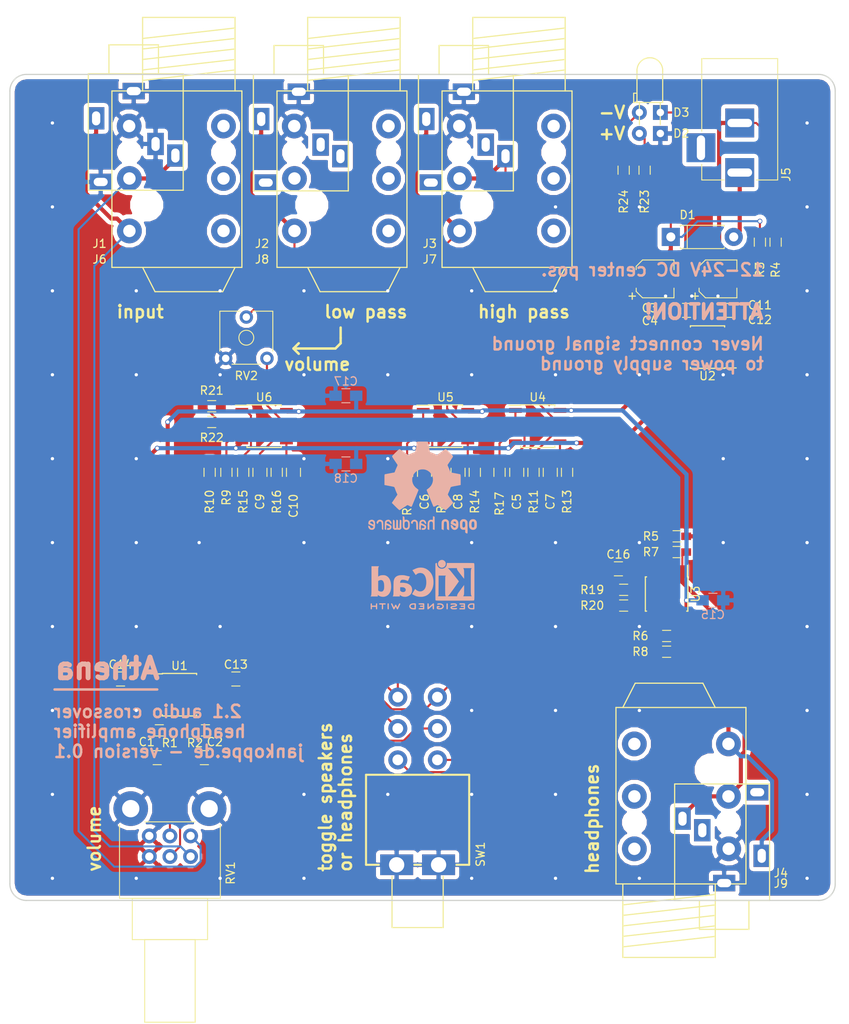
<source format=kicad_pcb>
(kicad_pcb (version 4) (host pcbnew 4.0.7)
  (title_block (title Athena) (date 2018-02-22) (rev 0.1) (company jankoppe.de) (comment 1 "2.1 audio crossover") (comment 2 "headphone amplifier"))
  (layers (0 F.Cu signal) (31 B.Cu signal) (34 B.Paste user) (35 F.Paste user) (36 B.SilkS user) (37 F.SilkS user) (38 B.Mask user) (39 F.Mask user) (44 Edge.Cuts user))
  (net 0 "")
  (net 1 GND)
  (net 2 "Net-(C1-Pad1)")
  (net 3 "Net-(C1-Pad2)")
  (net 4 "Net-(C2-Pad1)")
  (net 5 "Net-(C2-Pad2)")
  (net 6 "Net-(D1-Pad2)")
  (net 7 "Net-(R3-Pad2)")
  (net 8 "Net-(J1-Pad1)")
  (net 9 "Net-(J1-Pad2)")
  (net 10 HP_R)
  (net 11 HP_L)
  (net 12 "Net-(R5-Pad2)")
  (net 13 "Net-(R6-Pad1)")
  (net 14 "Net-(C5-Pad1)")
  (net 15 "Net-(C5-Pad2)")
  (net 16 "Net-(C6-Pad1)")
  (net 17 "Net-(C6-Pad2)")
  (net 18 "Net-(C7-Pad1)")
  (net 19 "Net-(C8-Pad1)")
  (net 20 "Net-(C9-Pad1)")
  (net 21 "Net-(C10-Pad2)")
  (net 22 TOP_R)
  (net 23 TOP_L)
  (net 24 SUB)
  (net 25 "Net-(R10-Pad1)")
  (net 26 "Net-(R15-Pad2)")
  (net 27 +6V)
  (net 28 -6V)
  (net 29 "Net-(C9-Pad2)")
  (net 30 IN_SPK_L)
  (net 31 IN_HP_R)
  (net 32 IN_HP_L)
  (net 33 IN_SPK_R)
  (net 34 "Net-(SW1-Pad2)")
  (net 35 "Net-(SW1-Pad5)")
  (net 36 "Net-(R21-Pad2)")
  (net 37 "Net-(J2-Pad2)")
  (net 38 "Net-(J2-Pad5)")
  (net 39 "Net-(J2-Pad4)")
  (net 40 "Net-(J3-Pad5)")
  (net 41 "Net-(J3-Pad4)")
  (net 42 "Net-(J4-Pad5)")
  (net 43 "Net-(J4-Pad4)")
  (net 44 "Net-(J5-Pad3)")
  (net 45 "Net-(J4-Pad6)")
  (net 46 "Net-(J6-Pad6)")
  (net 47 "Net-(J6-Pad5)")
  (net 48 "Net-(J6-Pad4)")
  (net 49 "Net-(J7-Pad6)")
  (net 50 "Net-(J7-Pad5)")
  (net 51 "Net-(J7-Pad4)")
  (net 52 "Net-(J8-Pad6)")
  (net 53 "Net-(J8-Pad5)")
  (net 54 "Net-(J8-Pad4)")
  (net 55 "Net-(J8-Pad2)")
  (net 56 "Net-(J9-Pad5)")
  (net 57 "Net-(J9-Pad4)")
  (net 58 "Net-(D2-Pad2)")
  (net 59 "Net-(D3-Pad2)")
  (module via:VIA-0.6 (layer F.Cu) (at 43.18 40.64)
    (fp_text reference V30 hide)
    (fp_text value VIA hide)
    (pad 1 thru_hole circle (at 0 0) (size 0.6 0.6) (drill 0.4) (layers *.Cu) (net 1 GND))
  )
  (module via:VIA-0.6 (layer F.Cu) (at 43.18 50.8)
    (fp_text reference V30 hide)
    (fp_text value VIA hide)
    (pad 1 thru_hole circle (at 0 0) (size 0.6 0.6) (drill 0.4) (layers *.Cu) (net 1 GND))
  )
  (module via:VIA-0.6 (layer F.Cu) (at 104.14 50.8)
    (fp_text reference V30 hide)
    (fp_text value VIA hide)
    (pad 1 thru_hole circle (at 0 0) (size 0.6 0.6) (drill 0.4) (layers *.Cu) (net 1 GND))
  )
  (module via:VIA-0.6 (layer F.Cu) (at 114.3 50.8)
    (fp_text reference V30 hide)
    (fp_text value VIA hide)
    (pad 1 thru_hole circle (at 0 0) (size 0.6 0.6) (drill 0.4) (layers *.Cu) (net 1 GND))
  )
  (module via:VIA-0.6 (layer F.Cu) (at 134.62 40.64)
    (fp_text reference V30 hide)
    (fp_text value VIA hide)
    (pad 1 thru_hole circle (at 0 0) (size 0.6 0.6) (drill 0.4) (layers *.Cu) (net 1 GND))
  )
  (module via:VIA-0.6 (layer F.Cu) (at 134.62 50.8)
    (fp_text reference V30 hide)
    (fp_text value VIA hide)
    (pad 1 thru_hole circle (at 0 0) (size 0.6 0.6) (drill 0.4) (layers *.Cu) (net 1 GND))
  )
  (module via:VIA-0.6 (layer F.Cu) (at 134.62 60.96)
    (fp_text reference V30 hide)
    (fp_text value VIA hide)
    (pad 1 thru_hole circle (at 0 0) (size 0.6 0.6) (drill 0.4) (layers *.Cu) (net 1 GND))
  )
  (module via:VIA-0.6 (layer F.Cu) (at 134.62 71.12)
    (fp_text reference V30 hide)
    (fp_text value VIA hide)
    (pad 1 thru_hole circle (at 0 0) (size 0.6 0.6) (drill 0.4) (layers *.Cu) (net 1 GND))
  )
  (module via:VIA-0.6 (layer F.Cu) (at 134.62 81.28)
    (fp_text reference V30 hide)
    (fp_text value VIA hide)
    (pad 1 thru_hole circle (at 0 0) (size 0.6 0.6) (drill 0.4) (layers *.Cu) (net 1 GND))
  )
  (module via:VIA-0.6 (layer F.Cu) (at 134.62 101.6)
    (fp_text reference V30 hide)
    (fp_text value VIA hide)
    (pad 1 thru_hole circle (at 0 0) (size 0.6 0.6) (drill 0.4) (layers *.Cu) (net 1 GND))
  )
  (module via:VIA-0.6 (layer F.Cu) (at 134.62 91.44)
    (fp_text reference V30 hide)
    (fp_text value VIA hide)
    (pad 1 thru_hole circle (at 0 0) (size 0.6 0.6) (drill 0.4) (layers *.Cu) (net 1 GND))
  )
  (module NRJ6HF:NRJ6HF (layer F.Cu) (at 99.71 36.76)
    (fp_text reference J7 (at -10.81 20.39) (layer F.SilkS))
    (fp_text value NRJ6HF)
    (pad 6 thru_hole circle (at 4.2 4.25) (size 3 3) (drill 1.5) (layers *.Cu *.Mask) (net 49 "Net-(J7-Pad6)"))
    (pad 5 thru_hole circle (at 4.2 10.6) (size 3 3) (drill 1.5) (layers *.Cu *.Mask) (net 50 "Net-(J7-Pad5)"))
    (pad 4 thru_hole circle (at 4.2 16.95) (size 3 3) (drill 1.5) (layers *.Cu *.Mask) (net 51 "Net-(J7-Pad4)"))
    (pad 3 thru_hole circle (at -7.23 4.25) (size 3 3) (drill 1.5) (layers *.Cu *.Mask) (net 1 GND))
    (pad 2 thru_hole circle (at -7.2 10.6) (size 3 3) (drill 1.5) (layers *.Cu *.Mask) (net 22 TOP_R))
    (pad 1 thru_hole circle (at -7.2 16.95) (size 3 3) (drill 1.5) (layers *.Cu *.Mask) (net 23 TOP_L))
    (pad "" np_thru_hole circle (at -5.1 13.8) (size 3 3) (drill 3) (layers *.Cu *.Mask))
    (pad "" np_thru_hole circle (at 4.2 7.45) (size 2 2) (drill 2) (layers *.Cu *.Mask))
    (pad "" np_thru_hole circle (at -7.2 7.45) (size 2 2) (drill 2) (layers *.Cu *.Mask))
  )
  (module NRJ6HF:NRJ6HF (layer F.Cu) (at 79.71 36.76)
    (fp_text reference J8 (at -11.13 20.39) (layer F.SilkS))
    (fp_text value NRJ6HF)
    (pad 6 thru_hole circle (at 4.2 4.25) (size 3 3) (drill 1.5) (layers *.Cu *.Mask) (net 52 "Net-(J8-Pad6)"))
    (pad 5 thru_hole circle (at 4.2 10.6) (size 3 3) (drill 1.5) (layers *.Cu *.Mask) (net 53 "Net-(J8-Pad5)"))
    (pad 4 thru_hole circle (at 4.2 16.95) (size 3 3) (drill 1.5) (layers *.Cu *.Mask) (net 54 "Net-(J8-Pad4)"))
    (pad 3 thru_hole circle (at -7.23 4.25) (size 3 3) (drill 1.5) (layers *.Cu *.Mask) (net 1 GND))
    (pad 2 thru_hole circle (at -7.2 10.6) (size 3 3) (drill 1.5) (layers *.Cu *.Mask) (net 55 "Net-(J8-Pad2)"))
    (pad 1 thru_hole circle (at -7.2 16.95) (size 3 3) (drill 1.5) (layers *.Cu *.Mask) (net 24 SUB))
    (pad "" np_thru_hole circle (at -5.1 13.8) (size 3 3) (drill 3) (layers *.Cu *.Mask))
    (pad "" np_thru_hole circle (at 4.2 7.45) (size 2 2) (drill 2) (layers *.Cu *.Mask))
    (pad "" np_thru_hole circle (at -7.2 7.45) (size 2 2) (drill 2) (layers *.Cu *.Mask))
  )
  (module MS-500:MS500FVT (layer F.Cu) (at 87.43 130.445 180)
    (fp_text reference SW1 (at -7.62 1.27 270) (layer F.SilkS))
    (fp_text value "MS 500FVT")
    (pad "" thru_hole rect (at 2.54 0 180) (size 4 2.5) (drill 1.85) (layers *.Cu *.Mask) (net 1 GND))
    (pad "" thru_hole rect (at -2.54 0 180) (size 4 2.5) (drill 1.85) (layers *.Cu *.Mask) (net 1 GND))
    (pad 4 thru_hole circle (at 2.4 12.7 180) (size 2.3 2.3) (drill 1.3) (layers *.Cu *.Mask) (net 32 IN_HP_L))
    (pad 1 thru_hole circle (at -2.4 12.7 180) (size 2.3 2.3) (drill 1.3) (layers *.Cu *.Mask) (net 31 IN_HP_R))
    (pad 2 thru_hole circle (at -2.4 16.5 180) (size 2.3 2.3) (drill 1.3) (layers *.Cu *.Mask) (net 34 "Net-(SW1-Pad2)"))
    (pad 5 thru_hole circle (at 2.4 16.5 180) (size 2.3 2.3) (drill 1.3) (layers *.Cu *.Mask) (net 35 "Net-(SW1-Pad5)"))
    (pad 6 thru_hole circle (at 2.4 20.3 180) (size 2.3 2.3) (drill 1.3) (layers *.Cu *.Mask) (net 30 IN_SPK_L))
    (pad 3 thru_hole circle (at -2.4 20.3 180) (size 2.3 2.3) (drill 1.3) (layers *.Cu *.Mask) (net 33 IN_SPK_R))
  )
  (module Connectors:BARREL_JACK (layer F.Cu) (at 126.46 46.64 270)
    (fp_text reference J5 (at 0.235 -5.62 450) (layer F.SilkS))
    (fp_text value "DC BU21 90")
    (pad 1 thru_hole rect (at 0 0 270) (size 3.5 3.5) (drill oval 1 3) (layers *.Cu *.Mask) (net 6 "Net-(D1-Pad2)"))
    (pad 2 thru_hole rect (at -6 0 270) (size 3.5 3.5) (drill oval 1 3) (layers *.Cu *.Mask) (net 28 -6V))
    (pad 3 thru_hole rect (at -3 4.7 270) (size 3.5 3.5) (drill oval 3 1) (layers *.Cu *.Mask) (net 44 "Net-(J5-Pad3)"))
  )
  (module Potentiometers:Potentiometer_Alps_RK09L_Double_Vertical (layer F.Cu) (at 54.92 129.445 270)
    (fp_text reference RV1 (at 2 -9.85 270) (layer F.SilkS))
    (fp_text value "10k log")
    (pad 3 thru_hole circle (at 0 -5 270) (size 1.8 1.8) (drill 1) (layers *.Cu *.Mask) (net 8 "Net-(J1-Pad1)"))
    (pad 2 thru_hole circle (at 0 -2.5 270) (size 1.8 1.8) (drill 1) (layers *.Cu *.Mask) (net 5 "Net-(C2-Pad2)"))
    (pad 1 thru_hole circle (at 0 0 270) (size 1.8 1.8) (drill 1) (layers *.Cu *.Mask) (net 1 GND))
    (pad 6 thru_hole circle (at -2.5 -5 270) (size 1.8 1.8) (drill 1) (layers *.Cu *.Mask) (net 9 "Net-(J1-Pad2)"))
    (pad 5 thru_hole circle (at -2.5 -2.5 270) (size 1.8 1.8) (drill 1) (layers *.Cu *.Mask) (net 3 "Net-(C1-Pad2)"))
    (pad 4 thru_hole circle (at -2.5 0 270) (size 1.8 1.8) (drill 1) (layers *.Cu *.Mask) (net 1 GND))
    (pad 0 thru_hole circle (at -5.8 -7.25 270) (size 4.2 4.2) (drill 2.1) (layers *.Cu *.Mask) (net 1 GND))
    (pad 0 thru_hole circle (at -5.8 2.25 270) (size 4.2 4.2) (drill 2.1) (layers *.Cu *.Mask) (net 1 GND))
  )
  (module Capacitors_SMD:C_0805_HandSoldering (layer F.Cu) (at 55.88 117.475 180)
    (fp_text reference C1 (at 1.27 1.905 180) (layer F.SilkS))
    (fp_text value 100n)
    (pad 1 smd rect (at -1.25 0 180) (size 1.5 1.25) (layers F.Cu F.Paste F.Mask) (net 2 "Net-(C1-Pad1)"))
    (pad 2 smd rect (at 1.25 0 180) (size 1.5 1.25) (layers F.Cu F.Paste F.Mask) (net 3 "Net-(C1-Pad2)"))
  )
  (module Capacitors_SMD:C_0805_HandSoldering (layer F.Cu) (at 61.595 117.475)
    (fp_text reference C2 (at 1.27 -1.905) (layer F.SilkS))
    (fp_text value 100n)
    (pad 1 smd rect (at -1.25 0) (size 1.5 1.25) (layers F.Cu F.Paste F.Mask) (net 4 "Net-(C2-Pad1)"))
    (pad 2 smd rect (at 1.25 0) (size 1.5 1.25) (layers F.Cu F.Paste F.Mask) (net 5 "Net-(C2-Pad2)"))
  )
  (module Capacitors_SMD:C_0805_HandSoldering (layer F.Cu) (at 120.015 63.325)
    (fp_text reference C4 (at -4.445 1.27) (layer F.SilkS))
    (fp_text value 100n)
    (pad 1 smd rect (at -1.25 0) (size 1.5 1.25) (layers F.Cu F.Paste F.Mask) (net 27 +6V))
    (pad 2 smd rect (at 1.25 0) (size 1.5 1.25) (layers F.Cu F.Paste F.Mask) (net 1 GND))
  )
  (module Diodes_THT:D_DO-41_SOD81_P7.62mm_Horizontal (layer F.Cu) (at 118.11 54.435)
    (fp_text reference D1 (at 2.032 -2.667) (layer F.SilkS))
    (fp_text value 1n4001)
    (pad 1 thru_hole rect (at 0 0) (size 2.2 2.2) (drill 1.1) (layers *.Cu *.Mask) (net 27 +6V))
    (pad 2 thru_hole oval (at 7.62 0) (size 2.2 2.2) (drill 1.1) (layers *.Cu *.Mask) (net 6 "Net-(D1-Pad2)"))
  )
  (module Resistors_SMD:R_0603_HandSoldering (layer F.Cu) (at 56.134 114.173 180)
    (fp_text reference R1 (at -1.27 -1.524 180) (layer F.SilkS))
    (fp_text value 100k)
    (pad 1 smd rect (at -1.1 0 180) (size 1.2 0.9) (layers F.Cu F.Paste F.Mask) (net 2 "Net-(C1-Pad1)"))
    (pad 2 smd rect (at 1.1 0 180) (size 1.2 0.9) (layers F.Cu F.Paste F.Mask) (net 1 GND))
  )
  (module Resistors_SMD:R_0603_HandSoldering (layer F.Cu) (at 61.722 114.173)
    (fp_text reference R2 (at -1.27 1.524) (layer F.SilkS))
    (fp_text value 100k)
    (pad 1 smd rect (at -1.1 0) (size 1.2 0.9) (layers F.Cu F.Paste F.Mask) (net 4 "Net-(C2-Pad1)"))
    (pad 2 smd rect (at 1.1 0) (size 1.2 0.9) (layers F.Cu F.Paste F.Mask) (net 1 GND))
  )
  (module Housings_SOIC:SOIC-8_3.9x4.9mm_Pitch1.27mm (layer F.Cu) (at 58.58 109.855)
    (fp_text reference U1 (at 0 -3.5) (layer F.SilkS))
    (fp_text value NE5532)
    (pad 1 smd rect (at -2.7 -1.905) (size 1.55 0.6) (layers F.Cu F.Paste F.Mask) (net 34 "Net-(SW1-Pad2)"))
    (pad 2 smd rect (at -2.7 -0.635) (size 1.55 0.6) (layers F.Cu F.Paste F.Mask) (net 34 "Net-(SW1-Pad2)"))
    (pad 3 smd rect (at -2.7 0.635) (size 1.55 0.6) (layers F.Cu F.Paste F.Mask) (net 2 "Net-(C1-Pad1)"))
    (pad 4 smd rect (at -2.7 1.905) (size 1.55 0.6) (layers F.Cu F.Paste F.Mask) (net 28 -6V))
    (pad 5 smd rect (at 2.7 1.905) (size 1.55 0.6) (layers F.Cu F.Paste F.Mask) (net 4 "Net-(C2-Pad1)"))
    (pad 6 smd rect (at 2.7 0.635) (size 1.55 0.6) (layers F.Cu F.Paste F.Mask) (net 35 "Net-(SW1-Pad5)"))
    (pad 7 smd rect (at 2.7 -0.635) (size 1.55 0.6) (layers F.Cu F.Paste F.Mask) (net 35 "Net-(SW1-Pad5)"))
    (pad 8 smd rect (at 2.7 -1.905) (size 1.55 0.6) (layers F.Cu F.Paste F.Mask) (net 27 +6V))
  )
  (module Housings_SOIC:SOIC-8_3.9x4.9mm_Pitch1.27mm (layer F.Cu) (at 122.555 67.77 180)
    (fp_text reference U2 (at 0 -3.5 180) (layer F.SilkS))
    (fp_text value TL072)
    (pad 1 smd rect (at -2.7 -1.905 180) (size 1.55 0.6) (layers F.Cu F.Paste F.Mask) (net 1 GND))
    (pad 2 smd rect (at -2.7 -0.635 180) (size 1.55 0.6) (layers F.Cu F.Paste F.Mask) (net 1 GND))
    (pad 3 smd rect (at -2.7 0.635 180) (size 1.55 0.6) (layers F.Cu F.Paste F.Mask) (net 7 "Net-(R3-Pad2)"))
    (pad 4 smd rect (at -2.7 1.905 180) (size 1.55 0.6) (layers F.Cu F.Paste F.Mask) (net 28 -6V))
    (pad 5 smd rect (at 2.7 1.905 180) (size 1.55 0.6) (layers F.Cu F.Paste F.Mask))
    (pad 6 smd rect (at 2.7 0.635 180) (size 1.55 0.6) (layers F.Cu F.Paste F.Mask))
    (pad 7 smd rect (at 2.7 -0.635 180) (size 1.55 0.6) (layers F.Cu F.Paste F.Mask))
    (pad 8 smd rect (at 2.7 -1.905 180) (size 1.55 0.6) (layers F.Cu F.Paste F.Mask) (net 27 +6V))
  )
  (module Resistors_SMD:R_0603_HandSoldering (layer F.Cu) (at 128.905 55.07 270)
    (fp_text reference R3 (at 3.345 0 270) (layer F.SilkS))
    (fp_text value 10k)
    (pad 1 smd rect (at -1.1 0 270) (size 1.2 0.9) (layers F.Cu F.Paste F.Mask) (net 27 +6V))
    (pad 2 smd rect (at 1.1 0 270) (size 1.2 0.9) (layers F.Cu F.Paste F.Mask) (net 7 "Net-(R3-Pad2)"))
  )
  (module Resistors_SMD:R_0603_HandSoldering (layer F.Cu) (at 130.81 55.07 90)
    (fp_text reference R4 (at -3.345 0 90) (layer F.SilkS))
    (fp_text value 10k)
    (pad 1 smd rect (at -1.1 0 90) (size 1.2 0.9) (layers F.Cu F.Paste F.Mask) (net 7 "Net-(R3-Pad2)"))
    (pad 2 smd rect (at 1.1 0 90) (size 1.2 0.9) (layers F.Cu F.Paste F.Mask) (net 28 -6V))
  )
  (module Resistors_SMD:R_0603_HandSoldering (layer F.Cu) (at 118.872 90.678 180)
    (fp_text reference R5 (at 3.175 0 180) (layer F.SilkS))
    (fp_text value 2k7)
    (pad 1 smd rect (at -1.1 0 180) (size 1.2 0.9) (layers F.Cu F.Paste F.Mask) (net 1 GND))
    (pad 2 smd rect (at 1.1 0 180) (size 1.2 0.9) (layers F.Cu F.Paste F.Mask) (net 12 "Net-(R5-Pad2)"))
  )
  (module Resistors_SMD:R_0603_HandSoldering (layer F.Cu) (at 117.602 104.648)
    (fp_text reference R6 (at -3.175 -1.905) (layer F.SilkS))
    (fp_text value 2k7)
    (pad 1 smd rect (at -1.1 0) (size 1.2 0.9) (layers F.Cu F.Paste F.Mask) (net 13 "Net-(R6-Pad1)"))
    (pad 2 smd rect (at 1.1 0) (size 1.2 0.9) (layers F.Cu F.Paste F.Mask) (net 1 GND))
  )
  (module Resistors_SMD:R_0603_HandSoldering (layer F.Cu) (at 118.872 92.583 180)
    (fp_text reference R7 (at 3.175 0 180) (layer F.SilkS))
    (fp_text value 8k2)
    (pad 1 smd rect (at -1.1 0 180) (size 1.2 0.9) (layers F.Cu F.Paste F.Mask) (net 10 HP_R))
    (pad 2 smd rect (at 1.1 0 180) (size 1.2 0.9) (layers F.Cu F.Paste F.Mask) (net 12 "Net-(R5-Pad2)"))
  )
  (module Resistors_SMD:R_0603_HandSoldering (layer F.Cu) (at 117.602 102.743 180)
    (fp_text reference R8 (at 3.175 -1.905 180) (layer F.SilkS))
    (fp_text value 8k2)
    (pad 1 smd rect (at -1.1 0 180) (size 1.2 0.9) (layers F.Cu F.Paste F.Mask) (net 11 HP_L))
    (pad 2 smd rect (at 1.1 0 180) (size 1.2 0.9) (layers F.Cu F.Paste F.Mask) (net 13 "Net-(R6-Pad1)"))
  )
  (module Housings_SOIC:SOIC-8_3.9x4.9mm_Pitch1.27mm (layer F.Cu) (at 117.602 97.663 270)
    (fp_text reference U3 (at 0 -3.5 270) (layer F.SilkS))
    (fp_text value OPA2134)
    (pad 1 smd rect (at -2.7 -1.905 270) (size 1.55 0.6) (layers F.Cu F.Paste F.Mask) (net 10 HP_R))
    (pad 2 smd rect (at -2.7 -0.635 270) (size 1.55 0.6) (layers F.Cu F.Paste F.Mask) (net 12 "Net-(R5-Pad2)"))
    (pad 3 smd rect (at -2.7 0.635 270) (size 1.55 0.6) (layers F.Cu F.Paste F.Mask) (net 31 IN_HP_R))
    (pad 4 smd rect (at -2.7 1.905 270) (size 1.55 0.6) (layers F.Cu F.Paste F.Mask) (net 28 -6V))
    (pad 5 smd rect (at 2.7 1.905 270) (size 1.55 0.6) (layers F.Cu F.Paste F.Mask) (net 32 IN_HP_L))
    (pad 6 smd rect (at 2.7 0.635 270) (size 1.55 0.6) (layers F.Cu F.Paste F.Mask) (net 13 "Net-(R6-Pad1)"))
    (pad 7 smd rect (at 2.7 -0.635 270) (size 1.55 0.6) (layers F.Cu F.Paste F.Mask) (net 11 HP_L))
    (pad 8 smd rect (at 2.7 -1.905 270) (size 1.55 0.6) (layers F.Cu F.Paste F.Mask) (net 27 +6V))
  )
  (module Housings_SOIC:SOIC-8_3.9x4.9mm_Pitch1.27mm (layer F.Cu) (at 101.981 77.343)
    (fp_text reference U4 (at 0 -3.5) (layer F.SilkS))
    (fp_text value NE5532)
    (pad 1 smd rect (at -2.7 -1.905) (size 1.55 0.6) (layers F.Cu F.Paste F.Mask) (net 15 "Net-(C5-Pad2)"))
    (pad 2 smd rect (at -2.7 -0.635) (size 1.55 0.6) (layers F.Cu F.Paste F.Mask) (net 15 "Net-(C5-Pad2)"))
    (pad 3 smd rect (at -2.7 0.635) (size 1.55 0.6) (layers F.Cu F.Paste F.Mask) (net 33 IN_SPK_R))
    (pad 4 smd rect (at -2.7 1.905) (size 1.55 0.6) (layers F.Cu F.Paste F.Mask) (net 28 -6V))
    (pad 5 smd rect (at 2.7 1.905) (size 1.55 0.6) (layers F.Cu F.Paste F.Mask) (net 18 "Net-(C7-Pad1)"))
    (pad 6 smd rect (at 2.7 0.635) (size 1.55 0.6) (layers F.Cu F.Paste F.Mask) (net 22 TOP_R))
    (pad 7 smd rect (at 2.7 -0.635) (size 1.55 0.6) (layers F.Cu F.Paste F.Mask) (net 22 TOP_R))
    (pad 8 smd rect (at 2.7 -1.905) (size 1.55 0.6) (layers F.Cu F.Paste F.Mask) (net 27 +6V))
  )
  (module Capacitors_SMD:C_0805_HandSoldering (layer F.Cu) (at 99.441 82.931 90)
    (fp_text reference C5 (at -3.556 0 90) (layer F.SilkS))
    (fp_text value 100n)
    (pad 1 smd rect (at -1.25 0 90) (size 1.5 1.25) (layers F.Cu F.Paste F.Mask) (net 14 "Net-(C5-Pad1)"))
    (pad 2 smd rect (at 1.25 0 90) (size 1.5 1.25) (layers F.Cu F.Paste F.Mask) (net 15 "Net-(C5-Pad2)"))
  )
  (module Capacitors_SMD:C_0805_HandSoldering (layer F.Cu) (at 88.265 82.931 90)
    (fp_text reference C6 (at -3.556 0 90) (layer F.SilkS))
    (fp_text value 100n)
    (pad 1 smd rect (at -1.25 0 90) (size 1.5 1.25) (layers F.Cu F.Paste F.Mask) (net 16 "Net-(C6-Pad1)"))
    (pad 2 smd rect (at 1.25 0 90) (size 1.5 1.25) (layers F.Cu F.Paste F.Mask) (net 17 "Net-(C6-Pad2)"))
  )
  (module Capacitors_SMD:C_0805_HandSoldering (layer F.Cu) (at 103.505 82.931 270)
    (fp_text reference C7 (at 3.556 0 270) (layer F.SilkS))
    (fp_text value 100n)
    (pad 1 smd rect (at -1.25 0 270) (size 1.5 1.25) (layers F.Cu F.Paste F.Mask) (net 18 "Net-(C7-Pad1)"))
    (pad 2 smd rect (at 1.25 0 270) (size 1.5 1.25) (layers F.Cu F.Paste F.Mask) (net 14 "Net-(C5-Pad1)"))
  )
  (module Capacitors_SMD:C_0805_HandSoldering (layer F.Cu) (at 92.329 82.931 270)
    (fp_text reference C8 (at 3.556 0 270) (layer F.SilkS))
    (fp_text value 100n)
    (pad 1 smd rect (at -1.25 0 270) (size 1.5 1.25) (layers F.Cu F.Paste F.Mask) (net 19 "Net-(C8-Pad1)"))
    (pad 2 smd rect (at 1.25 0 270) (size 1.5 1.25) (layers F.Cu F.Paste F.Mask) (net 16 "Net-(C6-Pad1)"))
  )
  (module Capacitors_SMD:C_0805_HandSoldering (layer F.Cu) (at 68.326 82.931 90)
    (fp_text reference C9 (at -3.556 0 90) (layer F.SilkS))
    (fp_text value 100n)
    (pad 1 smd rect (at -1.25 0 90) (size 1.5 1.25) (layers F.Cu F.Paste F.Mask) (net 20 "Net-(C9-Pad1)"))
    (pad 2 smd rect (at 1.25 0 90) (size 1.5 1.25) (layers F.Cu F.Paste F.Mask) (net 29 "Net-(C9-Pad2)"))
  )
  (module Capacitors_SMD:C_0805_HandSoldering (layer F.Cu) (at 72.39 82.931 90)
    (fp_text reference C10 (at -4.064 0 90) (layer F.SilkS))
    (fp_text value 100n)
    (pad 1 smd rect (at -1.25 0 90) (size 1.5 1.25) (layers F.Cu F.Paste F.Mask) (net 1 GND))
    (pad 2 smd rect (at 1.25 0 90) (size 1.5 1.25) (layers F.Cu F.Paste F.Mask) (net 21 "Net-(C10-Pad2)"))
  )
  (module Capacitors_SMD:C_0805_HandSoldering (layer F.Cu) (at 125.095 63.325)
    (fp_text reference C12 (at 3.81 1.143) (layer F.SilkS))
    (fp_text value 100n)
    (pad 1 smd rect (at -1.25 0) (size 1.5 1.25) (layers F.Cu F.Paste F.Mask) (net 1 GND))
    (pad 2 smd rect (at 1.25 0) (size 1.5 1.25) (layers F.Cu F.Paste F.Mask) (net 28 -6V))
  )
  (module Resistors_SMD:R_0603_HandSoldering (layer F.Cu) (at 64.262 82.931 270)
    (fp_text reference R9 (at 3.048 0 270) (layer F.SilkS))
    (fp_text value 10k)
    (pad 1 smd rect (at -1.1 0 270) (size 1.2 0.9) (layers F.Cu F.Paste F.Mask) (net 25 "Net-(R10-Pad1)"))
    (pad 2 smd rect (at 1.1 0 270) (size 1.2 0.9) (layers F.Cu F.Paste F.Mask) (net 30 IN_SPK_L))
  )
  (module Resistors_SMD:R_0603_HandSoldering (layer F.Cu) (at 62.23 82.931 270)
    (fp_text reference R10 (at 3.556 0 270) (layer F.SilkS))
    (fp_text value 10k)
    (pad 1 smd rect (at -1.1 0 270) (size 1.2 0.9) (layers F.Cu F.Paste F.Mask) (net 25 "Net-(R10-Pad1)"))
    (pad 2 smd rect (at 1.1 0 270) (size 1.2 0.9) (layers F.Cu F.Paste F.Mask) (net 33 IN_SPK_R))
  )
  (module Resistors_SMD:R_0603_HandSoldering (layer F.Cu) (at 101.473 82.931 270)
    (fp_text reference R11 (at 3.556 0 270) (layer F.SilkS))
    (fp_text value 22k)
    (pad 1 smd rect (at -1.1 0 270) (size 1.2 0.9) (layers F.Cu F.Paste F.Mask) (net 22 TOP_R))
    (pad 2 smd rect (at 1.1 0 270) (size 1.2 0.9) (layers F.Cu F.Paste F.Mask) (net 14 "Net-(C5-Pad1)"))
  )
  (module Resistors_SMD:R_0603_HandSoldering (layer F.Cu) (at 90.297 82.931 270)
    (fp_text reference R12 (at 3.556 0 270) (layer F.SilkS))
    (fp_text value 22k)
    (pad 1 smd rect (at -1.1 0 270) (size 1.2 0.9) (layers F.Cu F.Paste F.Mask) (net 23 TOP_L))
    (pad 2 smd rect (at 1.1 0 270) (size 1.2 0.9) (layers F.Cu F.Paste F.Mask) (net 16 "Net-(C6-Pad1)"))
  )
  (module Resistors_SMD:R_0603_HandSoldering (layer F.Cu) (at 105.537 82.931 270)
    (fp_text reference R13 (at 3.556 0 270) (layer F.SilkS))
    (fp_text value 22k)
    (pad 1 smd rect (at -1.1 0 270) (size 1.2 0.9) (layers F.Cu F.Paste F.Mask) (net 18 "Net-(C7-Pad1)"))
    (pad 2 smd rect (at 1.1 0 270) (size 1.2 0.9) (layers F.Cu F.Paste F.Mask) (net 1 GND))
  )
  (module Resistors_SMD:R_0603_HandSoldering (layer F.Cu) (at 94.361 82.931 270)
    (fp_text reference R14 (at 3.556 0 270) (layer F.SilkS))
    (fp_text value 22k)
    (pad 1 smd rect (at -1.1 0 270) (size 1.2 0.9) (layers F.Cu F.Paste F.Mask) (net 19 "Net-(C8-Pad1)"))
    (pad 2 smd rect (at 1.1 0 270) (size 1.2 0.9) (layers F.Cu F.Paste F.Mask) (net 1 GND))
  )
  (module Resistors_SMD:R_0603_HandSoldering (layer F.Cu) (at 66.294 82.931 90)
    (fp_text reference R15 (at -3.556 0 90) (layer F.SilkS))
    (fp_text value 22k)
    (pad 1 smd rect (at -1.1 0 90) (size 1.2 0.9) (layers F.Cu F.Paste F.Mask) (net 20 "Net-(C9-Pad1)"))
    (pad 2 smd rect (at 1.1 0 90) (size 1.2 0.9) (layers F.Cu F.Paste F.Mask) (net 26 "Net-(R15-Pad2)"))
  )
  (module Resistors_SMD:R_0603_HandSoldering (layer F.Cu) (at 70.358 82.931 270)
    (fp_text reference R16 (at 3.556 0 270) (layer F.SilkS))
    (fp_text value 22k)
    (pad 1 smd rect (at -1.1 0 270) (size 1.2 0.9) (layers F.Cu F.Paste F.Mask) (net 21 "Net-(C10-Pad2)"))
    (pad 2 smd rect (at 1.1 0 270) (size 1.2 0.9) (layers F.Cu F.Paste F.Mask) (net 20 "Net-(C9-Pad1)"))
  )
  (module Housings_SOIC:SOIC-8_3.9x4.9mm_Pitch1.27mm (layer F.Cu) (at 90.805 77.343)
    (fp_text reference U5 (at 0 -3.5) (layer F.SilkS))
    (fp_text value NE5532)
    (pad 1 smd rect (at -2.7 -1.905) (size 1.55 0.6) (layers F.Cu F.Paste F.Mask) (net 17 "Net-(C6-Pad2)"))
    (pad 2 smd rect (at -2.7 -0.635) (size 1.55 0.6) (layers F.Cu F.Paste F.Mask) (net 17 "Net-(C6-Pad2)"))
    (pad 3 smd rect (at -2.7 0.635) (size 1.55 0.6) (layers F.Cu F.Paste F.Mask) (net 30 IN_SPK_L))
    (pad 4 smd rect (at -2.7 1.905) (size 1.55 0.6) (layers F.Cu F.Paste F.Mask) (net 28 -6V))
    (pad 5 smd rect (at 2.7 1.905) (size 1.55 0.6) (layers F.Cu F.Paste F.Mask) (net 19 "Net-(C8-Pad1)"))
    (pad 6 smd rect (at 2.7 0.635) (size 1.55 0.6) (layers F.Cu F.Paste F.Mask) (net 23 TOP_L))
    (pad 7 smd rect (at 2.7 -0.635) (size 1.55 0.6) (layers F.Cu F.Paste F.Mask) (net 23 TOP_L))
    (pad 8 smd rect (at 2.7 -1.905) (size 1.55 0.6) (layers F.Cu F.Paste F.Mask) (net 27 +6V))
  )
  (module Housings_SOIC:SOIC-8_3.9x4.9mm_Pitch1.27mm (layer F.Cu) (at 68.834 77.343)
    (fp_text reference U6 (at 0 -3.5) (layer F.SilkS))
    (fp_text value NE5532)
    (pad 1 smd rect (at -2.7 -1.905) (size 1.55 0.6) (layers F.Cu F.Paste F.Mask) (net 26 "Net-(R15-Pad2)"))
    (pad 2 smd rect (at -2.7 -0.635) (size 1.55 0.6) (layers F.Cu F.Paste F.Mask) (net 36 "Net-(R21-Pad2)"))
    (pad 3 smd rect (at -2.7 0.635) (size 1.55 0.6) (layers F.Cu F.Paste F.Mask) (net 25 "Net-(R10-Pad1)"))
    (pad 4 smd rect (at -2.7 1.905) (size 1.55 0.6) (layers F.Cu F.Paste F.Mask) (net 28 -6V))
    (pad 5 smd rect (at 2.7 1.905) (size 1.55 0.6) (layers F.Cu F.Paste F.Mask) (net 21 "Net-(C10-Pad2)"))
    (pad 6 smd rect (at 2.7 0.635) (size 1.55 0.6) (layers F.Cu F.Paste F.Mask) (net 29 "Net-(C9-Pad2)"))
    (pad 7 smd rect (at 2.7 -0.635) (size 1.55 0.6) (layers F.Cu F.Paste F.Mask) (net 29 "Net-(C9-Pad2)"))
    (pad 8 smd rect (at 2.7 -1.905) (size 1.55 0.6) (layers F.Cu F.Paste F.Mask) (net 27 +6V))
  )
  (module Resistors_SMD:R_0603_HandSoldering (layer F.Cu) (at 97.355 82.931 270)
    (fp_text reference R17 (at 3.81 0 270) (layer F.SilkS))
    (fp_text value 100k)
    (pad 1 smd rect (at -1.1 0 270) (size 1.2 0.9) (layers F.Cu F.Paste F.Mask) (net 33 IN_SPK_R))
    (pad 2 smd rect (at 1.1 0 270) (size 1.2 0.9) (layers F.Cu F.Paste F.Mask) (net 1 GND))
  )
  (module Resistors_SMD:R_0603_HandSoldering (layer F.Cu) (at 112.395 97.155 180)
    (fp_text reference R19 (at 3.81 0 180) (layer F.SilkS))
    (fp_text value 100k)
    (pad 1 smd rect (at -1.1 0 180) (size 1.2 0.9) (layers F.Cu F.Paste F.Mask) (net 31 IN_HP_R))
    (pad 2 smd rect (at 1.1 0 180) (size 1.2 0.9) (layers F.Cu F.Paste F.Mask) (net 1 GND))
  )
  (module Resistors_SMD:R_0603_HandSoldering (layer F.Cu) (at 86.16 82.931 270)
    (fp_text reference R18 (at 3.81 0 270) (layer F.SilkS))
    (fp_text value 100k)
    (pad 1 smd rect (at -1.1 0 270) (size 1.2 0.9) (layers F.Cu F.Paste F.Mask) (net 30 IN_SPK_L))
    (pad 2 smd rect (at 1.1 0 270) (size 1.2 0.9) (layers F.Cu F.Paste F.Mask) (net 1 GND))
  )
  (module Resistors_SMD:R_0603_HandSoldering (layer F.Cu) (at 112.395 99.06 180)
    (fp_text reference R20 (at 3.81 0 180) (layer F.SilkS))
    (fp_text value 100k)
    (pad 1 smd rect (at -1.1 0 180) (size 1.2 0.9) (layers F.Cu F.Paste F.Mask) (net 32 IN_HP_L))
    (pad 2 smd rect (at 1.1 0 180) (size 1.2 0.9) (layers F.Cu F.Paste F.Mask) (net 1 GND))
  )
  (module Potentiometers:Potentiometer_Trimmer_ACP_CA6v_Horizontal (layer F.Cu) (at 69.175 69.135 90)
    (fp_text reference RV2 (at -2.112 -2.5 180) (layer F.SilkS))
    (fp_text value "10k log")
    (pad 3 thru_hole circle (at 0 -5 90) (size 1.62 1.62) (drill 0.9) (layers *.Cu *.Mask) (net 1 GND))
    (pad 2 thru_hole circle (at 5 -2.5 90) (size 1.62 1.62) (drill 0.9) (layers *.Cu *.Mask) (net 24 SUB))
    (pad 1 thru_hole circle (at 0 0 90) (size 1.62 1.62) (drill 0.9) (layers *.Cu *.Mask) (net 29 "Net-(C9-Pad2)"))
  )
  (module Resistors_SMD:R_0603_HandSoldering (layer F.Cu) (at 62.484 74.93 180)
    (fp_text reference R21 (at 0 1.905 180) (layer F.SilkS))
    (fp_text value 10k)
    (pad 1 smd rect (at -1.1 0 180) (size 1.2 0.9) (layers F.Cu F.Paste F.Mask) (net 26 "Net-(R15-Pad2)"))
    (pad 2 smd rect (at 1.1 0 180) (size 1.2 0.9) (layers F.Cu F.Paste F.Mask) (net 36 "Net-(R21-Pad2)"))
  )
  (module Resistors_SMD:R_0603_HandSoldering (layer F.Cu) (at 62.484 76.835)
    (fp_text reference R22 (at 0 1.905) (layer F.SilkS))
    (fp_text value 10k)
    (pad 1 smd rect (at -1.1 0) (size 1.2 0.9) (layers F.Cu F.Paste F.Mask) (net 1 GND))
    (pad 2 smd rect (at 1.1 0) (size 1.2 0.9) (layers F.Cu F.Paste F.Mask) (net 36 "Net-(R21-Pad2)"))
  )
  (module Capacitors_SMD:CP_Elec_4x5.3 (layer F.Cu) (at 116.205 59.515)
    (fp_text reference C3 (at -0.635 3.54) (layer F.SilkS))
    (fp_text value 10u/16v)
    (fp_text user + (at -2.77 2.01) (layer F.SilkS))
    (pad 1 smd rect (at -1.8 0 180) (size 2.6 1.6) (layers F.Cu F.Paste F.Mask) (net 27 +6V))
    (pad 2 smd rect (at 1.8 0 180) (size 2.6 1.6) (layers F.Cu F.Paste F.Mask) (net 1 GND))
  )
  (module Capacitors_SMD:CP_Elec_4x5.3 (layer F.Cu) (at 123.825 59.515)
    (fp_text reference C11 (at 5.08 3.175) (layer F.SilkS))
    (fp_text value 10u/16v)
    (fp_text user + (at -2.77 2.01) (layer F.SilkS))
    (pad 1 smd rect (at -1.8 0 180) (size 2.6 1.6) (layers F.Cu F.Paste F.Mask) (net 1 GND))
    (pad 2 smd rect (at 1.8 0 180) (size 2.6 1.6) (layers F.Cu F.Paste F.Mask) (net 28 -6V))
  )
  (module Lumberg:LUM1503-09 (layer F.Cu) (at 93.03 34.76)
    (fp_text reference J3 (at -4.13 20.485) (layer F.SilkS))
    (fp_text value "LUM 1503-09")
    (pad 3 thru_hole rect (at 0 2.1 270) (size 2 2.7) (drill oval 1 1.7) (layers *.Cu *.Mask) (net 1 GND))
    (pad 1 thru_hole rect (at -4.55 5.4) (size 2 2.7) (drill oval 1 1.7) (layers *.Cu *.Mask) (net 23 TOP_L))
    (pad 2 thru_hole rect (at 5.05 9.9) (size 2 2.7) (drill oval 1 1.7) (layers *.Cu *.Mask) (net 22 TOP_R))
    (pad 5 thru_hole rect (at 2.65 8.5) (size 2 2.7) (drill oval 1 1.7) (layers *.Cu *.Mask) (net 40 "Net-(J3-Pad5)"))
    (pad 4 thru_hole rect (at -4 13.1) (size 2.7 2) (drill oval 1.7 1) (layers *.Cu *.Mask) (net 41 "Net-(J3-Pad4)"))
  )
  (module Lumberg:LUM1503-09 (layer F.Cu) (at 73.03 34.76)
    (fp_text reference J2 (at -4.45 20.485) (layer F.SilkS))
    (fp_text value "LUM 1503-09")
    (pad 3 thru_hole rect (at 0 2.1 270) (size 2 2.7) (drill oval 1 1.7) (layers *.Cu *.Mask) (net 1 GND))
    (pad 1 thru_hole rect (at -4.55 5.4) (size 2 2.7) (drill oval 1 1.7) (layers *.Cu *.Mask) (net 24 SUB))
    (pad 2 thru_hole rect (at 5.05 9.9) (size 2 2.7) (drill oval 1 1.7) (layers *.Cu *.Mask) (net 37 "Net-(J2-Pad2)"))
    (pad 5 thru_hole rect (at 2.65 8.5) (size 2 2.7) (drill oval 1 1.7) (layers *.Cu *.Mask) (net 38 "Net-(J2-Pad5)"))
    (pad 4 thru_hole rect (at -4 13.1) (size 2.7 2) (drill oval 1.7 1) (layers *.Cu *.Mask) (net 39 "Net-(J2-Pad4)"))
  )
  (module Lumberg:LUM1503-09 (layer F.Cu) (at 53.03 34.68)
    (fp_text reference J1 (at -4.135 20.565) (layer F.SilkS))
    (fp_text value "LUM 1503-09")
    (pad 3 thru_hole rect (at 0 2.1 270) (size 2 2.7) (drill oval 1 1.7) (layers *.Cu *.Mask) (net 1 GND))
    (pad 1 thru_hole rect (at -4.55 5.4) (size 2 2.7) (drill oval 1 1.7) (layers *.Cu *.Mask) (net 8 "Net-(J1-Pad1)"))
    (pad 2 thru_hole rect (at 5.05 9.9) (size 2 2.7) (drill oval 1 1.7) (layers *.Cu *.Mask) (net 9 "Net-(J1-Pad2)"))
    (pad 5 thru_hole rect (at 2.65 8.5) (size 2 2.7) (drill oval 1 1.7) (layers *.Cu *.Mask) (net 1 GND))
    (pad 4 thru_hole rect (at -4 13.1) (size 2.7 2) (drill oval 1.7 1) (layers *.Cu *.Mask) (net 1 GND))
  )
  (module NRJ6HF:NRJ6HF (layer F.Cu) (at 117.895 132.76 180)
    (fp_text reference J4 (at -13.55 1.315 180) (layer F.SilkS))
    (fp_text value NRJ6HF)
    (pad 6 thru_hole circle (at 4.2 4.25 180) (size 3 3) (drill 1.5) (layers *.Cu *.Mask) (net 45 "Net-(J4-Pad6)"))
    (pad 5 thru_hole circle (at 4.2 10.6 180) (size 3 3) (drill 1.5) (layers *.Cu *.Mask) (net 42 "Net-(J4-Pad5)"))
    (pad 4 thru_hole circle (at 4.2 16.95 180) (size 3 3) (drill 1.5) (layers *.Cu *.Mask) (net 43 "Net-(J4-Pad4)"))
    (pad 3 thru_hole circle (at -7.23 4.25 180) (size 3 3) (drill 1.5) (layers *.Cu *.Mask) (net 1 GND))
    (pad 2 thru_hole circle (at -7.2 10.6 180) (size 3 3) (drill 1.5) (layers *.Cu *.Mask) (net 10 HP_R))
    (pad 1 thru_hole circle (at -7.2 16.95 180) (size 3 3) (drill 1.5) (layers *.Cu *.Mask) (net 11 HP_L))
    (pad "" np_thru_hole circle (at -5.1 13.8 180) (size 3 3) (drill 3) (layers *.Cu *.Mask))
    (pad "" np_thru_hole circle (at 4.2 7.45 180) (size 2 2) (drill 2) (layers *.Cu *.Mask))
    (pad "" np_thru_hole circle (at -7.2 7.45 180) (size 2 2) (drill 2) (layers *.Cu *.Mask))
  )
  (module NRJ6HF:NRJ6HF (layer F.Cu) (at 59.71 36.76)
    (fp_text reference J6 (at -10.815 20.39) (layer F.SilkS))
    (fp_text value NRJ6HF)
    (pad 6 thru_hole circle (at 4.2 4.25) (size 3 3) (drill 1.5) (layers *.Cu *.Mask) (net 46 "Net-(J6-Pad6)"))
    (pad 5 thru_hole circle (at 4.2 10.6) (size 3 3) (drill 1.5) (layers *.Cu *.Mask) (net 47 "Net-(J6-Pad5)"))
    (pad 4 thru_hole circle (at 4.2 16.95) (size 3 3) (drill 1.5) (layers *.Cu *.Mask) (net 48 "Net-(J6-Pad4)"))
    (pad 3 thru_hole circle (at -7.23 4.25) (size 3 3) (drill 1.5) (layers *.Cu *.Mask) (net 1 GND))
    (pad 2 thru_hole circle (at -7.2 10.6) (size 3 3) (drill 1.5) (layers *.Cu *.Mask) (net 9 "Net-(J1-Pad2)"))
    (pad 1 thru_hole circle (at -7.2 16.95) (size 3 3) (drill 1.5) (layers *.Cu *.Mask) (net 8 "Net-(J1-Pad1)"))
    (pad "" np_thru_hole circle (at -5.1 13.8) (size 3 3) (drill 3) (layers *.Cu *.Mask))
    (pad "" np_thru_hole circle (at 4.2 7.45) (size 2 2) (drill 2) (layers *.Cu *.Mask))
    (pad "" np_thru_hole circle (at -7.2 7.45) (size 2 2) (drill 2) (layers *.Cu *.Mask))
  )
  (module Lumberg:LUM1503-09 (layer F.Cu) (at 124.575 134.76 180)
    (fp_text reference J9 (at -6.87 2.045 180) (layer F.SilkS))
    (fp_text value "LUM 1503-09")
    (pad 3 thru_hole rect (at 0 2.1 90) (size 2 2.7) (drill oval 1 1.7) (layers *.Cu *.Mask) (net 1 GND))
    (pad 1 thru_hole rect (at -4.55 5.4 180) (size 2 2.7) (drill oval 1 1.7) (layers *.Cu *.Mask) (net 11 HP_L))
    (pad 2 thru_hole rect (at 5.05 9.9 180) (size 2 2.7) (drill oval 1 1.7) (layers *.Cu *.Mask) (net 10 HP_R))
    (pad 5 thru_hole rect (at 2.65 8.5 180) (size 2 2.7) (drill oval 1 1.7) (layers *.Cu *.Mask) (net 56 "Net-(J9-Pad5)"))
    (pad 4 thru_hole rect (at -4 13.1 180) (size 2.7 2) (drill oval 1.7 1) (layers *.Cu *.Mask) (net 57 "Net-(J9-Pad4)"))
  )
  (module via:VIA-0.6 (layer F.Cu) (at 43.18 60.96)
    (fp_text reference V1 hide)
    (fp_text value VIA hide)
    (pad 1 thru_hole circle (at 0 0) (size 0.6 0.6) (drill 0.4) (layers *.Cu) (net 1 GND))
  )
  (module via:VIA-0.6 (layer F.Cu) (at 53.34 60.96)
    (fp_text reference V2 hide)
    (fp_text value VIA hide)
    (pad 1 thru_hole circle (at 0 0) (size 0.6 0.6) (drill 0.4) (layers *.Cu) (net 1 GND))
  )
  (module via:VIA-0.6 (layer F.Cu) (at 63.5 60.96)
    (fp_text reference V3 hide)
    (fp_text value VIA hide)
    (pad 1 thru_hole circle (at 0 0) (size 0.6 0.6) (drill 0.4) (layers *.Cu) (net 1 GND))
  )
  (module via:VIA-0.6 (layer F.Cu) (at 73.66 60.96)
    (fp_text reference V4 hide)
    (fp_text value VIA hide)
    (pad 1 thru_hole circle (at 0 0) (size 0.6 0.6) (drill 0.4) (layers *.Cu) (net 1 GND))
  )
  (module via:VIA-0.6 (layer F.Cu) (at 83.82 60.96)
    (fp_text reference V5 hide)
    (fp_text value VIA hide)
    (pad 1 thru_hole circle (at 0 0) (size 0.6 0.6) (drill 0.4) (layers *.Cu) (net 1 GND))
  )
  (module via:VIA-0.6 (layer F.Cu) (at 93.98 60.96)
    (fp_text reference V6 hide)
    (fp_text value VIA hide)
    (pad 1 thru_hole circle (at 0 0) (size 0.6 0.6) (drill 0.4) (layers *.Cu) (net 1 GND))
  )
  (module via:VIA-0.6 (layer F.Cu) (at 104.14 60.96)
    (fp_text reference V7 hide)
    (fp_text value VIA hide)
    (pad 1 thru_hole circle (at 0 0) (size 0.6 0.6) (drill 0.4) (layers *.Cu) (net 1 GND))
  )
  (module via:VIA-0.6 (layer F.Cu) (at 43.18 71.12)
    (fp_text reference V8 hide)
    (fp_text value VIA hide)
    (pad 1 thru_hole circle (at 0 0) (size 0.6 0.6) (drill 0.4) (layers *.Cu) (net 1 GND))
  )
  (module via:VIA-0.6 (layer F.Cu) (at 53.34 71.12)
    (fp_text reference V9 hide)
    (fp_text value VIA hide)
    (pad 1 thru_hole circle (at 0 0) (size 0.6 0.6) (drill 0.4) (layers *.Cu) (net 1 GND))
  )
  (module via:VIA-0.6 (layer F.Cu) (at 63.5 71.12)
    (fp_text reference V10 hide)
    (fp_text value VIA hide)
    (pad 1 thru_hole circle (at 0 0) (size 0.6 0.6) (drill 0.4) (layers *.Cu) (net 1 GND))
  )
  (module via:VIA-0.6 (layer F.Cu) (at 73.66 71.12)
    (fp_text reference V11 hide)
    (fp_text value VIA hide)
    (pad 1 thru_hole circle (at 0 0) (size 0.6 0.6) (drill 0.4) (layers *.Cu) (net 1 GND))
  )
  (module via:VIA-0.6 (layer F.Cu) (at 83.82 71.12)
    (fp_text reference V12 hide)
    (fp_text value VIA hide)
    (pad 1 thru_hole circle (at 0 0) (size 0.6 0.6) (drill 0.4) (layers *.Cu) (net 1 GND))
  )
  (module via:VIA-0.6 (layer F.Cu) (at 93.98 71.12)
    (fp_text reference V13 hide)
    (fp_text value VIA hide)
    (pad 1 thru_hole circle (at 0 0) (size 0.6 0.6) (drill 0.4) (layers *.Cu) (net 1 GND))
  )
  (module via:VIA-0.6 (layer F.Cu) (at 104.14 71.12)
    (fp_text reference V14 hide)
    (fp_text value VIA hide)
    (pad 1 thru_hole circle (at 0 0) (size 0.6 0.6) (drill 0.4) (layers *.Cu) (net 1 GND))
  )
  (module via:VIA-0.6 (layer F.Cu) (at 43.18 81.28)
    (fp_text reference V15 hide)
    (fp_text value VIA hide)
    (pad 1 thru_hole circle (at 0 0) (size 0.6 0.6) (drill 0.4) (layers *.Cu) (net 1 GND))
  )
  (module via:VIA-0.6 (layer F.Cu) (at 53.34 81.28)
    (fp_text reference V16 hide)
    (fp_text value VIA hide)
    (pad 1 thru_hole circle (at 0 0) (size 0.6 0.6) (drill 0.4) (layers *.Cu) (net 1 GND))
  )
  (module via:VIA-0.6 (layer F.Cu) (at 73.66 81.28)
    (fp_text reference V17 hide)
    (fp_text value VIA hide)
    (pad 1 thru_hole circle (at 0 0) (size 0.6 0.6) (drill 0.4) (layers *.Cu) (net 1 GND))
  )
  (module via:VIA-0.6 (layer F.Cu) (at 83.82 81.28)
    (fp_text reference V18 hide)
    (fp_text value VIA hide)
    (pad 1 thru_hole circle (at 0 0) (size 0.6 0.6) (drill 0.4) (layers *.Cu) (net 1 GND))
  )
  (module via:VIA-0.6 (layer F.Cu) (at 93.98 91.44)
    (fp_text reference V19 hide)
    (fp_text value VIA hide)
    (pad 1 thru_hole circle (at 0 0) (size 0.6 0.6) (drill 0.4) (layers *.Cu) (net 1 GND))
  )
  (module via:VIA-0.6 (layer F.Cu) (at 73.66 91.44)
    (fp_text reference V20 hide)
    (fp_text value VIA hide)
    (pad 1 thru_hole circle (at 0 0) (size 0.6 0.6) (drill 0.4) (layers *.Cu) (net 1 GND))
  )
  (module via:VIA-0.6 (layer F.Cu) (at 43.18 91.44)
    (fp_text reference V21 hide)
    (fp_text value VIA hide)
    (pad 1 thru_hole circle (at 0 0) (size 0.6 0.6) (drill 0.4) (layers *.Cu) (net 1 GND))
  )
  (module via:VIA-0.6 (layer F.Cu) (at 83.82 91.44)
    (fp_text reference V22 hide)
    (fp_text value VIA hide)
    (pad 1 thru_hole circle (at 0 0) (size 0.6 0.6) (drill 0.4) (layers *.Cu) (net 1 GND))
  )
  (module via:VIA-0.6 (layer F.Cu) (at 53.34 91.44)
    (fp_text reference V23 hide)
    (fp_text value VIA hide)
    (pad 1 thru_hole circle (at 0 0) (size 0.6 0.6) (drill 0.4) (layers *.Cu) (net 1 GND))
  )
  (module via:VIA-0.6 (layer F.Cu) (at 104.14 91.44)
    (fp_text reference V24 hide)
    (fp_text value VIA hide)
    (pad 1 thru_hole circle (at 0 0) (size 0.6 0.6) (drill 0.4) (layers *.Cu) (net 1 GND))
  )
  (module via:VIA-0.6 (layer F.Cu) (at 60.96 91.44)
    (fp_text reference V25 hide)
    (fp_text value VIA hide)
    (pad 1 thru_hole circle (at 0 0) (size 0.6 0.6) (drill 0.4) (layers *.Cu) (net 1 GND))
  )
  (module via:VIA-0.6 (layer F.Cu) (at 114.3 71.12)
    (fp_text reference V26 hide)
    (fp_text value VIA hide)
    (pad 1 thru_hole circle (at 0 0) (size 0.6 0.6) (drill 0.4) (layers *.Cu) (net 1 GND))
  )
  (module via:VIA-0.6 (layer F.Cu) (at 114.3 91.44)
    (fp_text reference V27 hide)
    (fp_text value VIA hide)
    (pad 1 thru_hole circle (at 0 0) (size 0.6 0.6) (drill 0.4) (layers *.Cu) (net 1 GND))
  )
  (module via:VIA-0.6 (layer F.Cu) (at 124.46 81.28)
    (fp_text reference V28 hide)
    (fp_text value VIA hide)
    (pad 1 thru_hole circle (at 0 0) (size 0.6 0.6) (drill 0.4) (layers *.Cu) (net 1 GND))
  )
  (module via:VIA-0.6 (layer F.Cu) (at 124.46 71.12)
    (fp_text reference V29 hide)
    (fp_text value VIA hide)
    (pad 1 thru_hole circle (at 0 0) (size 0.6 0.6) (drill 0.4) (layers *.Cu) (net 1 GND))
  )
  (module via:VIA-0.6 (layer F.Cu) (at 124.46 91.44)
    (fp_text reference V30 hide)
    (fp_text value VIA hide)
    (pad 1 thru_hole circle (at 0 0) (size 0.6 0.6) (drill 0.4) (layers *.Cu) (net 1 GND))
  )
  (module via:VIA-0.6 (layer F.Cu) (at 43.18 101.6)
    (fp_text reference V31 hide)
    (fp_text value VIA hide)
    (pad 1 thru_hole circle (at 0 0) (size 0.6 0.6) (drill 0.4) (layers *.Cu) (net 1 GND))
  )
  (module via:VIA-0.6 (layer F.Cu) (at 53.34 101.6)
    (fp_text reference V32 hide)
    (fp_text value VIA hide)
    (pad 1 thru_hole circle (at 0 0) (size 0.6 0.6) (drill 0.4) (layers *.Cu) (net 1 GND))
  )
  (module via:VIA-0.6 (layer F.Cu) (at 63.5 101.6)
    (fp_text reference V33 hide)
    (fp_text value VIA hide)
    (pad 1 thru_hole circle (at 0 0) (size 0.6 0.6) (drill 0.4) (layers *.Cu) (net 1 GND))
  )
  (module via:VIA-0.6 (layer F.Cu) (at 83.82 101.6)
    (fp_text reference V34 hide)
    (fp_text value VIA hide)
    (pad 1 thru_hole circle (at 0 0) (size 0.6 0.6) (drill 0.4) (layers *.Cu) (net 1 GND))
  )
  (module via:VIA-0.6 (layer F.Cu) (at 93.98 101.6)
    (fp_text reference V35 hide)
    (fp_text value VIA hide)
    (pad 1 thru_hole circle (at 0 0) (size 0.6 0.6) (drill 0.4) (layers *.Cu) (net 1 GND))
  )
  (module via:VIA-0.6 (layer F.Cu) (at 104.14 101.6)
    (fp_text reference V36 hide)
    (fp_text value VIA hide)
    (pad 1 thru_hole circle (at 0 0) (size 0.6 0.6) (drill 0.4) (layers *.Cu) (net 1 GND))
  )
  (module via:VIA-0.6 (layer F.Cu) (at 114.3 101.6)
    (fp_text reference V37 hide)
    (fp_text value VIA hide)
    (pad 1 thru_hole circle (at 0 0) (size 0.6 0.6) (drill 0.4) (layers *.Cu) (net 1 GND))
  )
  (module via:VIA-0.6 (layer F.Cu) (at 43.18 111.76)
    (fp_text reference V38 hide)
    (fp_text value VIA hide)
    (pad 1 thru_hole circle (at 0 0) (size 0.6 0.6) (drill 0.4) (layers *.Cu) (net 1 GND))
  )
  (module via:VIA-0.6 (layer F.Cu) (at 53.34 111.76)
    (fp_text reference V39 hide)
    (fp_text value VIA hide)
    (pad 1 thru_hole circle (at 0 0) (size 0.6 0.6) (drill 0.4) (layers *.Cu) (net 1 GND))
  )
  (module via:VIA-0.6 (layer F.Cu) (at 93.98 111.76)
    (fp_text reference V42 hide)
    (fp_text value VIA hide)
    (pad 1 thru_hole circle (at 0 0) (size 0.6 0.6) (drill 0.4) (layers *.Cu) (net 1 GND))
  )
  (module via:VIA-0.6 (layer F.Cu) (at 104.14 111.76)
    (fp_text reference V43 hide)
    (fp_text value VIA hide)
    (pad 1 thru_hole circle (at 0 0) (size 0.6 0.6) (drill 0.4) (layers *.Cu) (net 1 GND))
  )
  (module via:VIA-0.6 (layer F.Cu) (at 114.3 111.76)
    (fp_text reference V44 hide)
    (fp_text value VIA hide)
    (pad 1 thru_hole circle (at 0 0) (size 0.6 0.6) (drill 0.4) (layers *.Cu) (net 1 GND))
  )
  (module via:VIA-0.6 (layer F.Cu) (at 43.18 121.92)
    (fp_text reference V46 hide)
    (fp_text value VIA hide)
    (pad 1 thru_hole circle (at 0 0) (size 0.6 0.6) (drill 0.4) (layers *.Cu) (net 1 GND))
  )
  (module via:VIA-0.6 (layer F.Cu) (at 73.66 121.92)
    (fp_text reference V47 hide)
    (fp_text value VIA hide)
    (pad 1 thru_hole circle (at 0 0) (size 0.6 0.6) (drill 0.4) (layers *.Cu) (net 1 GND))
  )
  (module via:VIA-0.6 (layer F.Cu) (at 83.82 121.92)
    (fp_text reference V48 hide)
    (fp_text value VIA hide)
    (pad 1 thru_hole circle (at 0 0) (size 0.6 0.6) (drill 0.4) (layers *.Cu) (net 1 GND))
  )
  (module via:VIA-0.6 (layer F.Cu) (at 93.98 121.92)
    (fp_text reference V49 hide)
    (fp_text value VIA hide)
    (pad 1 thru_hole circle (at 0 0) (size 0.6 0.6) (drill 0.4) (layers *.Cu) (net 1 GND))
  )
  (module via:VIA-0.6 (layer F.Cu) (at 104.14 121.92)
    (fp_text reference V50 hide)
    (fp_text value VIA hide)
    (pad 1 thru_hole circle (at 0 0) (size 0.6 0.6) (drill 0.4) (layers *.Cu) (net 1 GND))
  )
  (module via:VIA-0.6 (layer F.Cu) (at 43.18 132.08)
    (fp_text reference V51 hide)
    (fp_text value VIA hide)
    (pad 1 thru_hole circle (at 0 0) (size 0.6 0.6) (drill 0.4) (layers *.Cu) (net 1 GND))
  )
  (module via:VIA-0.6 (layer F.Cu) (at 53.34 132.08)
    (fp_text reference V52 hide)
    (fp_text value VIA hide)
    (pad 1 thru_hole circle (at 0 0) (size 0.6 0.6) (drill 0.4) (layers *.Cu) (net 1 GND))
  )
  (module via:VIA-0.6 (layer F.Cu) (at 63.5 132.08)
    (fp_text reference V53 hide)
    (fp_text value VIA hide)
    (pad 1 thru_hole circle (at 0 0) (size 0.6 0.6) (drill 0.4) (layers *.Cu) (net 1 GND))
  )
  (module via:VIA-0.6 (layer F.Cu) (at 73.66 132.08)
    (fp_text reference V54 hide)
    (fp_text value VIA hide)
    (pad 1 thru_hole circle (at 0 0) (size 0.6 0.6) (drill 0.4) (layers *.Cu) (net 1 GND))
  )
  (module via:VIA-0.6 (layer F.Cu) (at 93.98 132.08)
    (fp_text reference V55 hide)
    (fp_text value VIA hide)
    (pad 1 thru_hole circle (at 0 0) (size 0.6 0.6) (drill 0.4) (layers *.Cu) (net 1 GND))
  )
  (module via:VIA-0.6 (layer F.Cu) (at 104.14 132.08)
    (fp_text reference V56 hide)
    (fp_text value VIA hide)
    (pad 1 thru_hole circle (at 0 0) (size 0.6 0.6) (drill 0.4) (layers *.Cu) (net 1 GND))
  )
  (module via:VIA-0.6 (layer F.Cu) (at 114.3 132.08)
    (fp_text reference V57 hide)
    (fp_text value VIA hide)
    (pad 1 thru_hole circle (at 0 0) (size 0.6 0.6) (drill 0.4) (layers *.Cu) (net 1 GND))
  )
  (module via:VIA-0.6 (layer F.Cu) (at 134.62 132.08)
    (fp_text reference V58 hide)
    (fp_text value VIA hide)
    (pad 1 thru_hole circle (at 0 0) (size 0.6 0.6) (drill 0.4) (layers *.Cu) (net 1 GND))
  )
  (module via:VIA-0.6 (layer F.Cu) (at 134.62 121.92)
    (fp_text reference V59 hide)
    (fp_text value VIA hide)
    (pad 1 thru_hole circle (at 0 0) (size 0.6 0.6) (drill 0.4) (layers *.Cu) (net 1 GND))
  )
  (module via:VIA-0.6 (layer F.Cu) (at 134.62 111.76)
    (fp_text reference V60 hide)
    (fp_text value VIA hide)
    (pad 1 thru_hole circle (at 0 0) (size 0.6 0.6) (drill 0.4) (layers *.Cu) (net 1 GND))
  )
  (module Resistors_SMD:R_0603_HandSoldering (layer F.Cu) (at 114.935 46.355 90)
    (fp_text reference R23 (at -3.81 0 90) (layer F.SilkS))
    (fp_text value 330R)
    (pad 1 smd rect (at -1.1 0 90) (size 1.2 0.9) (layers F.Cu F.Paste F.Mask) (net 27 +6V))
    (pad 2 smd rect (at 1.1 0 90) (size 1.2 0.9) (layers F.Cu F.Paste F.Mask) (net 58 "Net-(D2-Pad2)"))
  )
  (module Resistors_SMD:R_0603_HandSoldering (layer F.Cu) (at 112.395 46.355 90)
    (fp_text reference R24 (at -3.81 0 90) (layer F.SilkS))
    (fp_text value 330R)
    (pad 1 smd rect (at -1.1 0 90) (size 1.2 0.9) (layers F.Cu F.Paste F.Mask) (net 1 GND))
    (pad 2 smd rect (at 1.1 0 90) (size 1.2 0.9) (layers F.Cu F.Paste F.Mask) (net 59 "Net-(D3-Pad2)"))
  )
  (module Capacitors_SMD:C_0805_HandSoldering (layer F.Cu) (at 65.405 107.95)
    (fp_text reference C13 (at 0 -1.75) (layer F.SilkS))
    (fp_text value 100n)
    (pad 1 smd rect (at -1.25 0) (size 1.5 1.25) (layers F.Cu F.Paste F.Mask) (net 27 +6V))
    (pad 2 smd rect (at 1.25 0) (size 1.5 1.25) (layers F.Cu F.Paste F.Mask) (net 1 GND))
  )
  (module Capacitors_SMD:C_0805_HandSoldering (layer F.Cu) (at 51.435 107.95)
    (fp_text reference C14 (at 0 -1.75) (layer F.SilkS))
    (fp_text value 100n)
    (pad 1 smd rect (at -1.25 0) (size 1.5 1.25) (layers F.Cu F.Paste F.Mask) (net 1 GND))
    (pad 2 smd rect (at 1.25 0) (size 1.5 1.25) (layers F.Cu F.Paste F.Mask) (net 28 -6V))
  )
  (module Capacitors_SMD:C_0805_HandSoldering (layer B.Cu) (at 123.21 98.425)
    (fp_text reference C15 (at 0 1.75) (layer B.SilkS) (effects (justify mirror)))
    (fp_text value 100n)
    (pad 1 smd rect (at -1.25 0) (size 1.5 1.25) (layers B.Cu B.Paste B.Mask) (net 27 +6V))
    (pad 2 smd rect (at 1.25 0) (size 1.5 1.25) (layers B.Cu B.Paste B.Mask) (net 1 GND))
  )
  (module Capacitors_SMD:C_0805_HandSoldering (layer F.Cu) (at 111.76 94.615)
    (fp_text reference C16 (at 0 -1.75) (layer F.SilkS))
    (fp_text value 100n)
    (pad 1 smd rect (at -1.25 0) (size 1.5 1.25) (layers F.Cu F.Paste F.Mask) (net 1 GND))
    (pad 2 smd rect (at 1.25 0) (size 1.5 1.25) (layers F.Cu F.Paste F.Mask) (net 28 -6V))
  )
  (module Capacitors_SMD:C_0805_HandSoldering (layer B.Cu) (at 78.74 73.66 180)
    (fp_text reference C17 (at 0 1.75 180) (layer B.SilkS) (effects (justify mirror)))
    (fp_text value 100n)
    (pad 1 smd rect (at -1.25 0 180) (size 1.5 1.25) (layers B.Cu B.Paste B.Mask) (net 27 +6V))
    (pad 2 smd rect (at 1.25 0 180) (size 1.5 1.25) (layers B.Cu B.Paste B.Mask) (net 1 GND))
  )
  (module Capacitors_SMD:C_0805_HandSoldering (layer B.Cu) (at 78.74 81.915)
    (fp_text reference C18 (at 0 1.75) (layer B.SilkS) (effects (justify mirror)))
    (fp_text value 100n)
    (pad 1 smd rect (at -1.25 0) (size 1.5 1.25) (layers B.Cu B.Paste B.Mask) (net 1 GND))
    (pad 2 smd rect (at 1.25 0) (size 1.5 1.25) (layers B.Cu B.Paste B.Mask) (net 28 -6V))
  )
  (module Symbols:KiCad-Logo2_6mm_SilkScreen (layer B.Cu) (at 88.03 96.52 180)
    (fp_text reference REF*** hide)
    (fp_text value KiCad-Logo2_6mm_SilkScreen hide)
  )
  (module Symbols:OSHW-Logo2_14.6x12mm_SilkScreen (layer B.Cu) (at 88.03 84.76 180)
    (fp_text reference REF*** hide)
    (fp_text value OSHW-Logo2_14.6x12mm_SilkScreen hide)
  )
  (module via:VIA-0.6 (layer F.Cu) (at 117.475 61.595)
    (fp_text reference V40 hide)
    (fp_text value VIA hide)
    (pad 1 thru_hole circle (at 0 0) (size 0.6 0.6) (drill 0.4) (layers *.Cu) (net 1 GND))
  )
  (module via:VIA-0.6 (layer F.Cu) (at 120.65 61.595)
    (fp_text reference V41 hide)
    (fp_text value VIA hide)
    (pad 1 thru_hole circle (at 0 0) (size 0.6 0.6) (drill 0.4) (layers *.Cu) (net 1 GND))
  )
  (module via:VIA-0.6 (layer F.Cu) (at 123.825 61.595)
    (fp_text reference V45 hide)
    (fp_text value VIA hide)
    (pad 1 thru_hole circle (at 0 0) (size 0.6 0.6) (drill 0.4) (layers *.Cu) (net 1 GND))
  )
  (module LEDs:LED_D3.0mm_Horizontal_O3.81mm_Z6.0mm (layer F.Cu) (at 116.84 41.91 180)
    (fp_text reference D2 (at -2.54 0 180) (layer F.SilkS))
    (fp_text value LED)
    (pad 1 thru_hole rect (at 0 0 180) (size 1.8 1.8) (drill 0.9) (layers *.Cu *.Mask) (net 1 GND))
    (pad 2 thru_hole circle (at 2.54 0 180) (size 1.8 1.8) (drill 0.9) (layers *.Cu *.Mask) (net 58 "Net-(D2-Pad2)"))
  )
  (module LEDs:LED_D3.0mm_Horizontal_O1.27mm_Z2.0mm (layer F.Cu) (at 116.84 39.37 180)
    (fp_text reference D3 (at -2.54 0 180) (layer F.SilkS))
    (fp_text value LED)
    (pad 1 thru_hole rect (at 0 0 180) (size 1.8 1.8) (drill 0.9) (layers *.Cu *.Mask) (net 28 -6V))
    (pad 2 thru_hole circle (at 2.54 0 180) (size 1.8 1.8) (drill 0.9) (layers *.Cu *.Mask) (net 59 "Net-(D3-Pad2)"))
  )
  (gr_text -V (at 109.22 39.37) (layer F.SilkS) (effects (font (size 1.5 1.5) (thickness 0.3)) (justify left)))
  (gr_text "+V\n" (at 109.22 41.91) (layer F.SilkS) (effects (font (size 1.5 1.5) (thickness 0.3)) (justify left)))
  (gr_line (start 78.105 67.31) (end 78.105 66.675) (layer F.SilkS) (width 0.3))
  (gr_line (start 77.47 67.945) (end 78.105 67.31) (layer F.SilkS) (width 0.3))
  (gr_line (start 76.835 67.945) (end 77.47 67.945) (layer F.SilkS) (width 0.3))
  (gr_line (start 72.39 67.945) (end 73.025 68.58) (layer F.SilkS) (width 0.3))
  (gr_line (start 73.025 67.31) (end 72.39 67.945) (layer F.SilkS) (width 0.3))
  (gr_line (start 76.835 67.945) (end 72.39 67.945) (layer F.SilkS) (width 0.3))
  (gr_line (start 78.105 65.405) (end 78.105 66.675) (layer F.SilkS) (width 0.3))
  (gr_text "volume\n" (at 71.12 69.85) (layer F.SilkS) (effects (font (size 1.5 1.5) (thickness 0.3)) (justify left)))
  (gr_text "high pass\n" (at 106.045 63.5) (layer F.SilkS) (effects (font (size 1.5 1.5) (thickness 0.3)) (justify right)))
  (gr_text "low pass\n" (at 86.36 63.5) (layer F.SilkS) (effects (font (size 1.5 1.5) (thickness 0.3)) (justify right)))
  (gr_text "input\n" (at 50.8 63.5) (layer F.SilkS) (effects (font (size 1.5 1.5) (thickness 0.3)) (justify left)))
  (gr_arc (start 136.03 36.76) (end 136.03 34.76) (angle 90) (layer Edge.Cuts) (width 0.15))
  (gr_arc (start 136.03 132.76) (end 138.03 132.76) (angle 90) (layer Edge.Cuts) (width 0.15))
  (gr_arc (start 40.03 132.76) (end 40.03 134.76) (angle 90) (layer Edge.Cuts) (width 0.15))
  (gr_arc (start 40.03 36.76) (end 38.03 36.76) (angle 90) (layer Edge.Cuts) (width 0.15))
  (gr_line (start 138.03 36.76) (end 138.03 132.76) (layer Edge.Cuts) (width 0.15))
  (gr_line (start 55.88 109.22) (end 43.44 109.22) (layer B.SilkS) (width 0.3))
  (gr_text headphones (at 108.585 131.715 90) (layer F.SilkS) (effects (font (size 1.5 1.5) (thickness 0.3)) (justify left)))
  (gr_text volume (at 48.26 131.445 90) (layer F.SilkS) (effects (font (size 1.5 1.5) (thickness 0.3)) (justify left)))
  (gr_text "toggle speakers\nor headphones" (at 77.47 131.445 90) (layer F.SilkS) (effects (font (size 1.5 1.5) (thickness 0.3)) (justify left)))
  (gr_text ATTENTION! (at 129.54 63.5) (layer B.SilkS) (effects (font (size 1.75 1.75) (thickness 0.4375)) (justify left mirror)))
  (gr_text "12-24V DC center pos." (at 129.54 58.42) (layer B.SilkS) (effects (font (size 1.5 1.5) (thickness 0.3)) (justify left mirror)))
  (gr_text "Never connect signal ground\nto power supply ground" (at 129.54 68.58) (layer B.SilkS) (effects (font (size 1.5 1.5) (thickness 0.3)) (justify left mirror)))
  (gr_text Athena (at 43.18 106.68) (layer B.SilkS) (effects (font (size 2.5 2.5) (thickness 0.6)) (justify right mirror)))
  (gr_text "2.1 audio crossover\nheadphone amplifier\njankoppe.de - version 0.1" (at 43.18 114.3) (layer B.SilkS) (effects (font (size 1.5 1.5) (thickness 0.3)) (justify right mirror)))
  (gr_line (start 38.03 36.76) (end 38.03 132.76) (layer Edge.Cuts) (width 0.15))
  (gr_line (start 40.03 134.76) (end 136.03 134.76) (layer Edge.Cuts) (width 0.15))
  (gr_line (start 40.03 34.76) (end 136.03 34.76) (layer Edge.Cuts) (width 0.15))
  (segment (start 57.234 114.173) (end 57.234 111.369) (width 0.25) (layer F.Cu) (net 2))
  (segment (start 57.234 111.369) (end 56.355 110.49) (width 0.25) (layer F.Cu) (net 2))
  (segment (start 56.355 110.49) (end 55.88 110.49) (width 0.25) (layer F.Cu) (net 2))
  (segment (start 57.13 117.475) (end 57.13 114.277) (width 0.25) (layer F.Cu) (net 2))
  (segment (start 57.13 114.277) (end 57.234 114.173) (width 0.25) (layer F.Cu) (net 2))
  (segment (start 57.42 126.945) (end 57.42 120.14) (width 0.25) (layer F.Cu) (net 3))
  (segment (start 57.42 120.14) (end 54.755 117.475) (width 0.25) (layer F.Cu) (net 3))
  (segment (start 54.755 117.475) (end 54.63 117.475) (width 0.25) (layer F.Cu) (net 3))
  (segment (start 54.6 117.505) (end 54.63 117.475) (width 0.25) (layer F.Cu) (net 3))
  (segment (start 60.622 114.173) (end 60.622 117.198) (width 0.25) (layer F.Cu) (net 4))
  (segment (start 60.622 117.198) (end 60.345 117.475) (width 0.25) (layer F.Cu) (net 4))
  (segment (start 61.28 111.76) (end 61.28 113.515) (width 0.25) (layer F.Cu) (net 4))
  (segment (start 61.28 113.515) (end 60.622 114.173) (width 0.25) (layer F.Cu) (net 4))
  (segment (start 57.42 129.445) (end 58.645001 128.219999) (width 0.25) (layer F.Cu) (net 5))
  (segment (start 58.645001 128.219999) (end 58.645001 121.549999) (width 0.25) (layer F.Cu) (net 5))
  (segment (start 62.845 117.475) (end 62.72 117.475) (width 0.25) (layer F.Cu) (net 5))
  (segment (start 62.72 117.475) (end 58.645001 121.549999) (width 0.25) (layer F.Cu) (net 5))
  (segment (start 57.42 129.445) (end 57.42 128.758002) (width 0.25) (layer F.Cu) (net 5))
  (segment (start 126.46 48.76) (end 126.46 46.64) (width 0.5) (layer F.Cu) (net 6))
  (segment (start 126.46 48.76) (end 126.46 53.705) (width 0.5) (layer F.Cu) (net 6))
  (segment (start 126.46 53.705) (end 125.73 54.435) (width 0.5) (layer F.Cu) (net 6))
  (segment (start 128.905 56.17) (end 128.905 63.96) (width 0.25) (layer F.Cu) (net 7))
  (segment (start 128.905 63.96) (end 125.73 67.135) (width 0.25) (layer F.Cu) (net 7))
  (segment (start 125.73 67.135) (end 125.255 67.135) (width 0.25) (layer F.Cu) (net 7))
  (segment (start 130.81 56.17) (end 128.905 56.17) (width 0.25) (layer F.Cu) (net 7))
  (segment (start 59.92 129.445) (end 58.694999 128.219999) (width 0.25) (layer B.Cu) (net 8))
  (segment (start 58.694999 128.219999) (end 50.114999 128.219999) (width 0.25) (layer B.Cu) (net 8))
  (segment (start 50.114999 128.219999) (end 48.26 126.365) (width 0.25) (layer B.Cu) (net 8))
  (segment (start 48.26 57.96) (end 48.26 126.365) (width 0.25) (layer B.Cu) (net 8))
  (segment (start 52.51 53.71) (end 48.26 57.96) (width 0.25) (layer B.Cu) (net 8))
  (segment (start 52.51 53.71) (end 51.010001 52.210001) (width 0.5) (layer F.Cu) (net 8))
  (segment (start 51.010001 52.210001) (end 50.299999 52.210001) (width 0.5) (layer F.Cu) (net 8))
  (segment (start 50.299999 52.210001) (end 47.229999 49.140001) (width 0.5) (layer F.Cu) (net 8))
  (segment (start 47.229999 49.140001) (end 47.229999 43.180001) (width 0.5) (layer F.Cu) (net 8))
  (segment (start 47.229999 43.180001) (end 48.48 41.93) (width 0.5) (layer F.Cu) (net 8))
  (segment (start 48.48 41.93) (end 48.48 40.08) (width 0.5) (layer F.Cu) (net 8))
  (segment (start 46.355 126.365) (end 50.660001 130.670001) (width 0.25) (layer B.Cu) (net 9))
  (segment (start 50.660001 130.670001) (end 60.508001 130.670001) (width 0.25) (layer B.Cu) (net 9))
  (segment (start 61.145001 130.033001) (end 61.145001 128.170001) (width 0.25) (layer B.Cu) (net 9))
  (segment (start 60.508001 130.670001) (end 61.145001 130.033001) (width 0.25) (layer B.Cu) (net 9))
  (segment (start 61.145001 128.170001) (end 60.819999 127.844999) (width 0.25) (layer B.Cu) (net 9))
  (segment (start 60.819999 127.844999) (end 59.92 126.945) (width 0.25) (layer B.Cu) (net 9))
  (segment (start 46.355 53.515) (end 46.355 126.365) (width 0.25) (layer B.Cu) (net 9))
  (segment (start 52.51 47.36) (end 46.355 53.515) (width 0.25) (layer B.Cu) (net 9))
  (segment (start 52.51 47.36) (end 55.65 47.36) (width 0.5) (layer F.Cu) (net 9))
  (segment (start 55.65 47.36) (end 58.08 44.93) (width 0.5) (layer F.Cu) (net 9))
  (segment (start 58.08 44.93) (end 58.08 44.58) (width 0.5) (layer F.Cu) (net 9))
  (segment (start 125.095 122.16) (end 126.594999 120.660001) (width 0.5) (layer F.Cu) (net 10))
  (segment (start 126.594999 120.660001) (end 126.594999 117.196003) (width 0.5) (layer F.Cu) (net 10))
  (segment (start 126.594999 117.196003) (end 127.045001 116.746001) (width 0.5) (layer F.Cu) (net 10))
  (segment (start 127.045001 116.746001) (end 127.045001 103.776001) (width 0.5) (layer F.Cu) (net 10))
  (segment (start 127.045001 103.776001) (end 119.507 96.238) (width 0.5) (layer F.Cu) (net 10))
  (segment (start 119.507 96.238) (end 119.507 94.963) (width 0.5) (layer F.Cu) (net 10))
  (segment (start 125.095 122.16) (end 121.875 122.16) (width 0.5) (layer F.Cu) (net 10))
  (segment (start 121.875 122.16) (end 119.525 124.51) (width 0.5) (layer F.Cu) (net 10))
  (segment (start 119.525 124.51) (end 119.525 124.86) (width 0.5) (layer F.Cu) (net 10))
  (segment (start 119.507 95.438) (end 119.507 94.963) (width 0.5) (layer F.Cu) (net 10))
  (segment (start 119.507 94.963) (end 119.507 93.048) (width 0.25) (layer F.Cu) (net 10))
  (segment (start 119.507 93.048) (end 119.972 92.583) (width 0.25) (layer F.Cu) (net 10))
  (segment (start 125.095 115.81) (end 125.095 108.986) (width 0.5) (layer F.Cu) (net 11))
  (segment (start 125.095 108.986) (end 118.852 102.743) (width 0.5) (layer F.Cu) (net 11))
  (segment (start 118.852 102.743) (end 118.702 102.743) (width 0.5) (layer F.Cu) (net 11))
  (segment (start 129.125 129.36) (end 129.125 127.51) (width 0.5) (layer B.Cu) (net 11))
  (segment (start 129.125 127.51) (end 130.375001 126.259999) (width 0.5) (layer B.Cu) (net 11))
  (segment (start 130.375001 126.259999) (end 130.375001 120.299999) (width 0.5) (layer B.Cu) (net 11))
  (segment (start 130.375001 120.299999) (end 127.385001 117.309999) (width 0.5) (layer B.Cu) (net 11))
  (segment (start 127.385001 117.309999) (end 126.594999 117.309999) (width 0.5) (layer B.Cu) (net 11))
  (segment (start 126.594999 117.309999) (end 125.095 115.81) (width 0.5) (layer B.Cu) (net 11))
  (segment (start 129.125 129.36) (end 129.125 129.01) (width 0.5) (layer F.Cu) (net 11))
  (segment (start 118.237 100.363) (end 118.237 102.278) (width 0.5) (layer F.Cu) (net 11))
  (segment (start 118.237 102.278) (end 118.702 102.743) (width 0.5) (layer F.Cu) (net 11))
  (segment (start 118.237 94.963) (end 118.237 93.048) (width 0.25) (layer F.Cu) (net 12))
  (segment (start 118.237 93.048) (end 117.772 92.583) (width 0.25) (layer F.Cu) (net 12))
  (segment (start 117.772 92.583) (end 117.772 90.678) (width 0.25) (layer F.Cu) (net 12))
  (segment (start 116.502 102.743) (end 116.652 102.743) (width 0.25) (layer F.Cu) (net 13))
  (segment (start 116.652 102.743) (end 116.967 102.428) (width 0.25) (layer F.Cu) (net 13))
  (segment (start 116.967 102.428) (end 116.967 101.388) (width 0.25) (layer F.Cu) (net 13))
  (segment (start 116.967 101.388) (end 116.967 100.363) (width 0.25) (layer F.Cu) (net 13))
  (segment (start 116.502 104.648) (end 116.502 102.743) (width 0.25) (layer F.Cu) (net 13))
  (segment (start 101.473 84.031) (end 99.591 84.031) (width 0.25) (layer F.Cu) (net 14))
  (segment (start 99.591 84.031) (end 99.441 84.181) (width 0.25) (layer F.Cu) (net 14))
  (segment (start 103.505 84.181) (end 101.623 84.181) (width 0.25) (layer F.Cu) (net 14))
  (segment (start 101.623 84.181) (end 101.473 84.031) (width 0.25) (layer F.Cu) (net 14))
  (segment (start 99.281 76.708) (end 99.756 76.708) (width 0.25) (layer F.Cu) (net 15))
  (segment (start 99.756 76.708) (end 100.381001 77.333001) (width 0.25) (layer F.Cu) (net 15))
  (segment (start 100.381001 77.333001) (end 100.381001 79.740999) (width 0.25) (layer F.Cu) (net 15))
  (segment (start 100.381001 79.740999) (end 99.441 80.681) (width 0.25) (layer F.Cu) (net 15))
  (segment (start 99.441 80.681) (end 99.441 81.681) (width 0.25) (layer F.Cu) (net 15))
  (segment (start 99.281 75.438) (end 99.281 76.708) (width 0.25) (layer F.Cu) (net 15))
  (segment (start 90.297 84.031) (end 88.415 84.031) (width 0.25) (layer F.Cu) (net 16))
  (segment (start 88.415 84.031) (end 88.265 84.181) (width 0.25) (layer F.Cu) (net 16))
  (segment (start 92.329 84.181) (end 90.447 84.181) (width 0.25) (layer F.Cu) (net 16))
  (segment (start 90.447 84.181) (end 90.297 84.031) (width 0.25) (layer F.Cu) (net 16))
  (segment (start 88.105 76.708) (end 88.105 75.438) (width 0.25) (layer F.Cu) (net 17))
  (segment (start 88.265 81.681) (end 88.265 80.681) (width 0.25) (layer F.Cu) (net 17))
  (segment (start 88.265 80.681) (end 89.205001 79.740999) (width 0.25) (layer F.Cu) (net 17))
  (segment (start 89.205001 79.740999) (end 89.205001 77.333001) (width 0.25) (layer F.Cu) (net 17))
  (segment (start 88.58 76.708) (end 88.105 76.708) (width 0.25) (layer F.Cu) (net 17))
  (segment (start 89.205001 77.333001) (end 88.58 76.708) (width 0.25) (layer F.Cu) (net 17))
  (segment (start 105.537 81.831) (end 104.837 81.831) (width 0.25) (layer F.Cu) (net 18))
  (segment (start 104.837 81.831) (end 104.681 81.675) (width 0.25) (layer F.Cu) (net 18))
  (segment (start 104.681 81.675) (end 104.681 81.38) (width 0.25) (layer F.Cu) (net 18))
  (segment (start 104.681 79.248) (end 104.681 81.38) (width 0.25) (layer F.Cu) (net 18))
  (segment (start 104.681 81.38) (end 104.38 81.681) (width 0.25) (layer F.Cu) (net 18))
  (segment (start 104.38 81.681) (end 103.505 81.681) (width 0.25) (layer F.Cu) (net 18))
  (segment (start 94.361 81.831) (end 93.661 81.831) (width 0.25) (layer F.Cu) (net 19))
  (segment (start 93.661 81.831) (end 93.505 81.675) (width 0.25) (layer F.Cu) (net 19))
  (segment (start 93.505 81.675) (end 93.505 81.38) (width 0.25) (layer F.Cu) (net 19))
  (segment (start 93.505 79.248) (end 93.505 81.38) (width 0.25) (layer F.Cu) (net 19))
  (segment (start 93.505 81.38) (end 93.204 81.681) (width 0.25) (layer F.Cu) (net 19))
  (segment (start 93.204 81.681) (end 92.329 81.681) (width 0.25) (layer F.Cu) (net 19))
  (segment (start 68.326 84.181) (end 66.444 84.181) (width 0.25) (layer F.Cu) (net 20))
  (segment (start 66.444 84.181) (end 66.294 84.031) (width 0.25) (layer F.Cu) (net 20))
  (segment (start 70.358 84.031) (end 68.476 84.031) (width 0.25) (layer F.Cu) (net 20))
  (segment (start 68.476 84.031) (end 68.326 84.181) (width 0.25) (layer F.Cu) (net 20))
  (segment (start 70.358 81.831) (end 71.058 81.831) (width 0.25) (layer F.Cu) (net 21))
  (segment (start 71.058 81.831) (end 71.534 81.355) (width 0.25) (layer F.Cu) (net 21))
  (segment (start 71.534 81.355) (end 71.534 80.825) (width 0.25) (layer F.Cu) (net 21))
  (segment (start 71.534 79.248) (end 71.534 80.825) (width 0.25) (layer F.Cu) (net 21))
  (segment (start 71.534 80.825) (end 72.39 81.681) (width 0.25) (layer F.Cu) (net 21))
  (segment (start 104.681 76.708) (end 104.206 76.708) (width 0.25) (layer F.Cu) (net 22))
  (segment (start 104.206 76.708) (end 98.08 70.582) (width 0.25) (layer F.Cu) (net 22))
  (segment (start 98.08 70.582) (end 98.08 46.26) (width 0.25) (layer F.Cu) (net 22))
  (segment (start 98.08 46.26) (end 98.08 44.66) (width 0.25) (layer F.Cu) (net 22))
  (segment (start 92.51 47.36) (end 95.73 47.36) (width 0.5) (layer F.Cu) (net 22))
  (segment (start 95.73 47.36) (end 98.08 45.01) (width 0.5) (layer F.Cu) (net 22))
  (segment (start 98.08 45.01) (end 98.08 44.66) (width 0.5) (layer F.Cu) (net 22))
  (segment (start 104.681 76.708) (end 105.156 76.708) (width 0.25) (layer F.Cu) (net 22))
  (segment (start 104.681 77.978) (end 104.206 77.978) (width 0.25) (layer F.Cu) (net 22))
  (segment (start 104.206 77.978) (end 101.473 80.711) (width 0.25) (layer F.Cu) (net 22))
  (segment (start 101.473 80.711) (end 101.473 80.981) (width 0.25) (layer F.Cu) (net 22))
  (segment (start 101.473 80.981) (end 101.473 81.831) (width 0.25) (layer F.Cu) (net 22))
  (segment (start 104.681 76.708) (end 104.681 77.978) (width 0.25) (layer F.Cu) (net 22))
  (segment (start 93.505 76.708) (end 92.48 76.708) (width 0.25) (layer F.Cu) (net 23))
  (segment (start 92.48 76.708) (end 91.010001 75.238001) (width 0.25) (layer F.Cu) (net 23))
  (segment (start 91.010001 75.238001) (end 91.010001 55.209999) (width 0.25) (layer F.Cu) (net 23))
  (segment (start 91.010001 55.209999) (end 92.51 53.71) (width 0.25) (layer F.Cu) (net 23))
  (segment (start 92.51 53.71) (end 91.010001 52.210001) (width 0.5) (layer F.Cu) (net 23))
  (segment (start 91.010001 52.210001) (end 90.219999 52.210001) (width 0.5) (layer F.Cu) (net 23))
  (segment (start 90.219999 52.210001) (end 87.229999 49.220001) (width 0.5) (layer F.Cu) (net 23))
  (segment (start 87.229999 43.260001) (end 88.48 42.01) (width 0.5) (layer F.Cu) (net 23))
  (segment (start 87.229999 49.220001) (end 87.229999 43.260001) (width 0.5) (layer F.Cu) (net 23))
  (segment (start 88.48 42.01) (end 88.48 40.16) (width 0.5) (layer F.Cu) (net 23))
  (segment (start 93.505 76.708) (end 93.98 76.708) (width 0.25) (layer F.Cu) (net 23))
  (segment (start 93.505 77.978) (end 93.03 77.978) (width 0.25) (layer F.Cu) (net 23))
  (segment (start 90.297 80.711) (end 90.297 80.981) (width 0.25) (layer F.Cu) (net 23))
  (segment (start 93.03 77.978) (end 90.297 80.711) (width 0.25) (layer F.Cu) (net 23))
  (segment (start 90.297 80.981) (end 90.297 81.831) (width 0.25) (layer F.Cu) (net 23))
  (segment (start 93.505 76.708) (end 93.505 77.978) (width 0.25) (layer F.Cu) (net 23))
  (segment (start 66.675 64.135) (end 72.51 58.3) (width 0.25) (layer F.Cu) (net 24))
  (segment (start 72.51 58.3) (end 72.51 53.71) (width 0.25) (layer F.Cu) (net 24))
  (segment (start 72.51 53.71) (end 71.010001 52.210001) (width 0.5) (layer F.Cu) (net 24))
  (segment (start 71.010001 52.210001) (end 70.219999 52.210001) (width 0.5) (layer F.Cu) (net 24))
  (segment (start 70.219999 52.210001) (end 67.229999 49.220001) (width 0.5) (layer F.Cu) (net 24))
  (segment (start 67.229999 43.260001) (end 68.48 42.01) (width 0.5) (layer F.Cu) (net 24))
  (segment (start 67.229999 49.220001) (end 67.229999 43.260001) (width 0.5) (layer F.Cu) (net 24))
  (segment (start 68.48 42.01) (end 68.48 40.16) (width 0.5) (layer F.Cu) (net 24))
  (segment (start 64.262 81.831) (end 64.262 79.375) (width 0.25) (layer F.Cu) (net 25))
  (segment (start 64.262 79.375) (end 65.659 77.978) (width 0.25) (layer F.Cu) (net 25))
  (segment (start 65.659 77.978) (end 66.134 77.978) (width 0.25) (layer F.Cu) (net 25))
  (segment (start 62.23 81.831) (end 64.262 81.831) (width 0.25) (layer F.Cu) (net 25))
  (segment (start 66.294 81.831) (end 66.294 80.981) (width 0.25) (layer F.Cu) (net 26))
  (segment (start 66.294 80.981) (end 67.234001 80.040999) (width 0.25) (layer F.Cu) (net 26))
  (segment (start 67.234001 80.040999) (end 67.234001 76.063001) (width 0.25) (layer F.Cu) (net 26))
  (segment (start 67.234001 76.063001) (end 66.609 75.438) (width 0.25) (layer F.Cu) (net 26))
  (segment (start 66.609 75.438) (end 66.134 75.438) (width 0.25) (layer F.Cu) (net 26))
  (segment (start 66.134 75.438) (end 64.092 75.438) (width 0.25) (layer F.Cu) (net 26))
  (segment (start 64.092 75.438) (end 63.584 74.93) (width 0.25) (layer F.Cu) (net 26))
  (segment (start 118.629999 68.924999) (end 118.11 69.444998) (width 0.5) (layer F.Cu) (net 27))
  (segment (start 118.11 69.444998) (end 112.116998 75.438) (width 0.5) (layer F.Cu) (net 27))
  (segment (start 119.855 69.675) (end 118.340002 69.675) (width 0.5) (layer F.Cu) (net 27))
  (segment (start 118.340002 69.675) (end 118.11 69.444998) (width 0.5) (layer F.Cu) (net 27))
  (segment (start 118.11 54.435) (end 118.11 49.93) (width 0.25) (layer F.Cu) (net 27))
  (segment (start 118.11 49.93) (end 115.635 47.455) (width 0.25) (layer F.Cu) (net 27))
  (segment (start 115.635 47.455) (end 114.935 47.455) (width 0.25) (layer F.Cu) (net 27))
  (segment (start 95.25 75.565) (end 80.01 75.565) (width 0.5) (layer B.Cu) (net 27))
  (segment (start 80.01 75.565) (end 73.025 75.565) (width 0.5) (layer B.Cu) (net 27))
  (segment (start 79.99 73.66) (end 79.99 75.545) (width 0.5) (layer B.Cu) (net 27))
  (segment (start 79.99 75.545) (end 80.01 75.565) (width 0.5) (layer B.Cu) (net 27))
  (segment (start 121.96 98.425) (end 120.015 98.425) (width 0.5) (layer B.Cu) (net 27))
  (segment (start 64.155 107.95) (end 61.28 107.95) (width 0.5) (layer F.Cu) (net 27))
  (segment (start 73.025 75.565) (end 58.42 75.565) (width 0.5) (layer B.Cu) (net 27))
  (segment (start 58.42 75.565) (end 57.15 76.835) (width 0.5) (layer B.Cu) (net 27))
  (segment (start 61.28 107.95) (end 60.805 107.95) (width 0.5) (layer F.Cu) (net 27))
  (segment (start 60.805 107.95) (end 57.15 104.295) (width 0.5) (layer F.Cu) (net 27))
  (segment (start 57.15 104.295) (end 57.15 76.835) (width 0.5) (layer F.Cu) (net 27))
  (via (at 57.15 76.835) (size 0.6) (drill 0.4) (layers F.Cu B.Cu) (net 27))
  (segment (start 120.015 98.425) (end 120.015 99.855) (width 0.5) (layer F.Cu) (net 27))
  (segment (start 120.015 99.855) (end 119.507 100.363) (width 0.5) (layer F.Cu) (net 27))
  (segment (start 119.38 82.55) (end 120.015 83.185) (width 0.5) (layer B.Cu) (net 27))
  (segment (start 120.015 83.185) (end 120.015 98.425) (width 0.5) (layer B.Cu) (net 27))
  (via (at 120.015 98.425) (size 0.6) (drill 0.4) (layers F.Cu B.Cu) (net 27))
  (segment (start 112.268 75.438) (end 119.38 82.55) (width 0.5) (layer B.Cu) (net 27))
  (segment (start 106.045 75.438) (end 112.268 75.438) (width 0.5) (layer B.Cu) (net 27))
  (segment (start 73.025 75.565) (end 71.661 75.565) (width 0.5) (layer F.Cu) (net 27))
  (segment (start 71.661 75.565) (end 71.534 75.438) (width 0.5) (layer F.Cu) (net 27))
  (via (at 73.025 75.565) (size 0.6) (drill 0.4) (layers F.Cu B.Cu) (net 27))
  (segment (start 95.25 75.565) (end 93.632 75.565) (width 0.5) (layer F.Cu) (net 27))
  (segment (start 93.632 75.565) (end 93.505 75.438) (width 0.5) (layer F.Cu) (net 27))
  (segment (start 106.045 75.438) (end 95.377 75.438) (width 0.5) (layer B.Cu) (net 27))
  (segment (start 95.377 75.438) (end 95.25 75.565) (width 0.5) (layer B.Cu) (net 27))
  (via (at 95.25 75.565) (size 0.6) (drill 0.4) (layers F.Cu B.Cu) (net 27))
  (segment (start 112.116998 75.438) (end 106.045 75.438) (width 0.5) (layer F.Cu) (net 27))
  (via (at 106.045 75.438) (size 0.6) (drill 0.4) (layers F.Cu B.Cu) (net 27))
  (segment (start 104.681 75.438) (end 106.045 75.438) (width 0.5) (layer F.Cu) (net 27))
  (segment (start 128.905 52.53) (end 128.905 53.97) (width 0.25) (layer F.Cu) (net 27))
  (segment (start 118.11 54.435) (end 119.46 54.435) (width 0.25) (layer B.Cu) (net 27))
  (segment (start 119.46 54.435) (end 121.365 52.53) (width 0.25) (layer B.Cu) (net 27))
  (segment (start 121.365 52.53) (end 125.525998 52.53) (width 0.25) (layer B.Cu) (net 27))
  (segment (start 125.525998 52.53) (end 128.905 52.53) (width 0.25) (layer B.Cu) (net 27))
  (via (at 128.905 52.53) (size 0.6) (drill 0.4) (layers F.Cu B.Cu) (net 27))
  (segment (start 119.855 69.675) (end 119.38 69.675) (width 0.5) (layer F.Cu) (net 27))
  (segment (start 118.629999 68.924999) (end 118.629999 64.585001) (width 0.5) (layer F.Cu) (net 27))
  (segment (start 118.629999 64.585001) (end 118.765 64.45) (width 0.5) (layer F.Cu) (net 27))
  (segment (start 118.765 64.45) (end 118.765 63.325) (width 0.5) (layer F.Cu) (net 27))
  (segment (start 114.405 59.515) (end 114.405 60.815) (width 0.5) (layer F.Cu) (net 27))
  (segment (start 114.405 60.815) (end 116.915 63.325) (width 0.5) (layer F.Cu) (net 27))
  (segment (start 116.915 63.325) (end 117.515 63.325) (width 0.5) (layer F.Cu) (net 27))
  (segment (start 117.515 63.325) (end 118.765 63.325) (width 0.5) (layer F.Cu) (net 27))
  (segment (start 118.11 54.435) (end 118.11 56.035) (width 0.5) (layer F.Cu) (net 27))
  (segment (start 118.11 56.035) (end 114.63 59.515) (width 0.5) (layer F.Cu) (net 27))
  (segment (start 114.63 59.515) (end 114.405 59.515) (width 0.5) (layer F.Cu) (net 27))
  (segment (start 54.61 111.76) (end 54.61 111.054998) (width 0.5) (layer F.Cu) (net 28))
  (segment (start 54.61 111.054998) (end 54.654999 111.009999) (width 0.5) (layer F.Cu) (net 28))
  (segment (start 55.88 111.76) (end 54.61 111.76) (width 0.5) (layer F.Cu) (net 28))
  (segment (start 116.84 39.37) (end 122.440002 39.37) (width 0.25) (layer F.Cu) (net 28))
  (segment (start 122.440002 39.37) (end 123.960001 40.889999) (width 0.25) (layer F.Cu) (net 28))
  (segment (start 125.625 59.515) (end 125.625 58.215) (width 0.5) (layer F.Cu) (net 28))
  (segment (start 125.625 58.215) (end 123.960001 56.550001) (width 0.5) (layer F.Cu) (net 28))
  (segment (start 123.960001 56.550001) (end 123.960001 40.889999) (width 0.5) (layer F.Cu) (net 28))
  (segment (start 123.960001 40.889999) (end 124.21 40.64) (width 0.5) (layer F.Cu) (net 28))
  (segment (start 124.21 40.64) (end 126.46 40.64) (width 0.5) (layer F.Cu) (net 28))
  (segment (start 130.81 53.97) (end 130.81 42.99) (width 0.25) (layer F.Cu) (net 28))
  (segment (start 130.81 42.99) (end 128.46 40.64) (width 0.25) (layer F.Cu) (net 28))
  (segment (start 128.46 40.64) (end 126.46 40.64) (width 0.25) (layer F.Cu) (net 28))
  (segment (start 86.995 80.01) (end 80.01 80.01) (width 0.5) (layer B.Cu) (net 28))
  (segment (start 80.01 80.01) (end 65.405 80.01) (width 0.5) (layer B.Cu) (net 28))
  (segment (start 79.99 81.915) (end 79.99 80.03) (width 0.5) (layer B.Cu) (net 28))
  (segment (start 79.99 80.03) (end 80.01 80.01) (width 0.5) (layer B.Cu) (net 28))
  (segment (start 113.01 94.615) (end 115.349 94.615) (width 0.5) (layer F.Cu) (net 28))
  (segment (start 115.349 94.615) (end 115.697 94.963) (width 0.5) (layer F.Cu) (net 28))
  (segment (start 54.654999 111.009999) (end 54.654999 107.95) (width 0.5) (layer F.Cu) (net 28))
  (segment (start 54.654999 107.95) (end 54.654999 81.235001) (width 0.5) (layer F.Cu) (net 28))
  (segment (start 52.685 107.95) (end 54.654999 107.95) (width 0.5) (layer F.Cu) (net 28))
  (segment (start 55.88 80.01) (end 65.405 80.01) (width 0.5) (layer B.Cu) (net 28))
  (segment (start 55.88 111.76) (end 55.405 111.76) (width 0.5) (layer F.Cu) (net 28))
  (segment (start 54.654999 81.235001) (end 55.88 80.01) (width 0.5) (layer F.Cu) (net 28))
  (via (at 55.88 80.01) (size 0.6) (drill 0.4) (layers F.Cu B.Cu) (net 28))
  (segment (start 112.040002 79.375) (end 115.697 83.031998) (width 0.5) (layer F.Cu) (net 28))
  (segment (start 115.697 83.031998) (end 115.697 94.963) (width 0.5) (layer F.Cu) (net 28))
  (segment (start 65.405 80.01) (end 65.405 79.977) (width 0.5) (layer F.Cu) (net 28))
  (segment (start 65.405 79.977) (end 66.134 79.248) (width 0.5) (layer F.Cu) (net 28))
  (via (at 65.405 80.01) (size 0.6) (drill 0.4) (layers F.Cu B.Cu) (net 28))
  (segment (start 86.995 80.01) (end 87.343 80.01) (width 0.5) (layer F.Cu) (net 28))
  (segment (start 87.343 80.01) (end 88.105 79.248) (width 0.5) (layer F.Cu) (net 28))
  (segment (start 98.425 80.01) (end 86.995 80.01) (width 0.5) (layer B.Cu) (net 28))
  (via (at 86.995 80.01) (size 0.6) (drill 0.4) (layers F.Cu B.Cu) (net 28))
  (segment (start 98.425 80.01) (end 98.519 80.01) (width 0.5) (layer F.Cu) (net 28))
  (segment (start 98.519 80.01) (end 99.281 79.248) (width 0.5) (layer F.Cu) (net 28))
  (segment (start 106.68 79.375) (end 99.06 79.375) (width 0.5) (layer B.Cu) (net 28))
  (segment (start 99.06 79.375) (end 98.425 80.01) (width 0.5) (layer B.Cu) (net 28))
  (via (at 98.425 80.01) (size 0.6) (drill 0.4) (layers F.Cu B.Cu) (net 28))
  (segment (start 125.255 65.865) (end 124.78 65.865) (width 0.5) (layer F.Cu) (net 28))
  (segment (start 124.78 65.865) (end 121.080001 69.564999) (width 0.5) (layer F.Cu) (net 28))
  (segment (start 121.080001 69.564999) (end 121.080001 70.335001) (width 0.5) (layer F.Cu) (net 28))
  (segment (start 121.080001 70.335001) (end 112.040002 79.375) (width 0.5) (layer F.Cu) (net 28))
  (segment (start 112.040002 79.375) (end 106.68 79.375) (width 0.5) (layer F.Cu) (net 28))
  (via (at 106.68 79.375) (size 0.6) (drill 0.4) (layers F.Cu B.Cu) (net 28))
  (segment (start 125.625 59.515) (end 125.625 61.42) (width 0.5) (layer F.Cu) (net 28))
  (segment (start 125.625 61.42) (end 125.625 62.605) (width 0.5) (layer F.Cu) (net 28))
  (segment (start 126.345 63.325) (end 126.345 64.775) (width 0.5) (layer F.Cu) (net 28))
  (segment (start 126.345 64.775) (end 125.255 65.865) (width 0.5) (layer F.Cu) (net 28))
  (segment (start 125.625 62.605) (end 126.345 63.325) (width 0.5) (layer F.Cu) (net 28))
  (segment (start 71.534 76.708) (end 71.059 76.708) (width 0.25) (layer F.Cu) (net 29))
  (segment (start 71.059 76.708) (end 69.175 74.824) (width 0.25) (layer F.Cu) (net 29))
  (segment (start 69.175 74.824) (end 69.175 70.280512) (width 0.25) (layer F.Cu) (net 29))
  (segment (start 69.175 70.280512) (end 69.175 69.135) (width 0.25) (layer F.Cu) (net 29))
  (segment (start 71.534 76.708) (end 72.009 76.708) (width 0.25) (layer F.Cu) (net 29))
  (segment (start 71.534 77.978) (end 71.029 77.978) (width 0.25) (layer F.Cu) (net 29))
  (segment (start 71.029 77.978) (end 68.326 80.681) (width 0.25) (layer F.Cu) (net 29))
  (segment (start 68.326 80.681) (end 68.326 81.681) (width 0.25) (layer F.Cu) (net 29))
  (segment (start 71.534 76.708) (end 71.534 77.978) (width 0.25) (layer F.Cu) (net 29))
  (segment (start 86.16 81.831) (end 86.16 79.448) (width 0.25) (layer F.Cu) (net 30))
  (segment (start 86.16 79.448) (end 87.63 77.978) (width 0.25) (layer F.Cu) (net 30))
  (segment (start 87.63 77.978) (end 88.105 77.978) (width 0.25) (layer F.Cu) (net 30))
  (segment (start 85.03 110.145) (end 85.03 82.261) (width 0.25) (layer F.Cu) (net 30))
  (segment (start 85.46 81.831) (end 86.16 81.831) (width 0.25) (layer F.Cu) (net 30))
  (segment (start 85.03 82.261) (end 85.46 81.831) (width 0.25) (layer F.Cu) (net 30))
  (segment (start 64.262 84.031) (end 64.262 89.377) (width 0.25) (layer F.Cu) (net 30))
  (segment (start 64.262 89.377) (end 85.03 110.145) (width 0.25) (layer F.Cu) (net 30))
  (segment (start 113.495 97.155) (end 113.345 97.155) (width 0.25) (layer F.Cu) (net 31))
  (segment (start 91.456345 117.745) (end 89.83 117.745) (width 0.25) (layer F.Cu) (net 31))
  (segment (start 113.345 97.155) (end 112.220001 98.279999) (width 0.25) (layer F.Cu) (net 31))
  (segment (start 112.220001 99.770001) (end 94.245002 117.745) (width 0.25) (layer F.Cu) (net 31))
  (segment (start 94.245002 117.745) (end 91.456345 117.745) (width 0.25) (layer F.Cu) (net 31))
  (segment (start 112.220001 98.279999) (end 112.220001 99.770001) (width 0.25) (layer F.Cu) (net 31))
  (segment (start 116.967 94.963) (end 116.967 95.438) (width 0.25) (layer F.Cu) (net 31))
  (segment (start 114.345 97.155) (end 113.495 97.155) (width 0.25) (layer F.Cu) (net 31))
  (segment (start 116.967 95.438) (end 115.25 97.155) (width 0.25) (layer F.Cu) (net 31))
  (segment (start 115.25 97.155) (end 114.345 97.155) (width 0.25) (layer F.Cu) (net 31))
  (segment (start 85.03 117.745) (end 86.505001 119.220001) (width 0.25) (layer F.Cu) (net 32))
  (segment (start 86.505001 119.220001) (end 94.034999 119.220001) (width 0.25) (layer F.Cu) (net 32))
  (segment (start 94.034999 119.220001) (end 113.495 99.76) (width 0.25) (layer F.Cu) (net 32))
  (segment (start 113.495 99.76) (end 113.495 99.06) (width 0.25) (layer F.Cu) (net 32))
  (segment (start 113.495 99.06) (end 113.345 99.06) (width 0.25) (layer F.Cu) (net 32))
  (segment (start 113.495 99.06) (end 114.869 99.06) (width 0.25) (layer F.Cu) (net 32))
  (segment (start 114.869 99.06) (end 115.697 99.888) (width 0.25) (layer F.Cu) (net 32))
  (segment (start 115.697 99.888) (end 115.697 100.363) (width 0.25) (layer F.Cu) (net 32))
  (segment (start 115.697 100.838) (end 115.697 100.363) (width 0.25) (layer F.Cu) (net 32))
  (segment (start 97.355 81.831) (end 97.355 79.429) (width 0.25) (layer F.Cu) (net 33))
  (segment (start 98.806 77.978) (end 99.281 77.978) (width 0.25) (layer F.Cu) (net 33))
  (segment (start 97.355 79.429) (end 98.806 77.978) (width 0.25) (layer F.Cu) (net 33))
  (segment (start 89.83 110.145) (end 95.136001 104.838999) (width 0.25) (layer F.Cu) (net 33))
  (segment (start 95.136001 104.838999) (end 95.136001 84.199999) (width 0.25) (layer F.Cu) (net 33))
  (segment (start 95.136001 84.199999) (end 97.355 81.981) (width 0.25) (layer F.Cu) (net 33))
  (segment (start 97.355 81.981) (end 97.355 81.831) (width 0.25) (layer F.Cu) (net 33))
  (segment (start 89.83 110.145) (end 88.354999 111.620001) (width 0.25) (layer F.Cu) (net 33))
  (segment (start 88.354999 111.620001) (end 84.321999 111.620001) (width 0.25) (layer F.Cu) (net 33))
  (segment (start 84.321999 111.620001) (end 62.23 89.528002) (width 0.25) (layer F.Cu) (net 33))
  (segment (start 62.23 89.528002) (end 62.23 84.881) (width 0.25) (layer F.Cu) (net 33))
  (segment (start 62.23 84.881) (end 62.23 84.031) (width 0.25) (layer F.Cu) (net 33))
  (segment (start 55.88 107.95) (end 55.88 109.22) (width 0.25) (layer F.Cu) (net 34))
  (segment (start 89.83 113.945) (end 87.213002 113.945) (width 0.25) (layer F.Cu) (net 34))
  (segment (start 87.213002 113.945) (end 85.738001 115.420001) (width 0.25) (layer F.Cu) (net 34))
  (segment (start 85.738001 115.420001) (end 83.670001 115.420001) (width 0.25) (layer F.Cu) (net 34))
  (segment (start 83.670001 115.420001) (end 79.375 111.125) (width 0.25) (layer F.Cu) (net 34))
  (segment (start 79.375 111.125) (end 79.365001 111.134999) (width 0.25) (layer F.Cu) (net 34))
  (segment (start 79.365001 111.134999) (end 58.269999 111.134999) (width 0.25) (layer F.Cu) (net 34))
  (segment (start 58.269999 111.134999) (end 56.355 109.22) (width 0.25) (layer F.Cu) (net 34))
  (segment (start 61.28 110.49) (end 81.575 110.49) (width 0.25) (layer F.Cu) (net 35))
  (segment (start 81.575 110.49) (end 85.03 113.945) (width 0.25) (layer F.Cu) (net 35))
  (segment (start 61.28 110.49) (end 61.28 109.22) (width 0.25) (layer F.Cu) (net 35))
  (segment (start 66.134 76.708) (end 63.711 76.708) (width 0.25) (layer F.Cu) (net 36))
  (segment (start 63.711 76.708) (end 63.584 76.835) (width 0.25) (layer F.Cu) (net 36))
  (segment (start 61.384 74.93) (end 61.534 74.93) (width 0.25) (layer F.Cu) (net 36))
  (segment (start 61.534 74.93) (end 63.439 76.835) (width 0.25) (layer F.Cu) (net 36))
  (segment (start 63.439 76.835) (end 63.584 76.835) (width 0.25) (layer F.Cu) (net 36))
  (segment (start 114.935 45.255) (end 114.935 42.545) (width 0.25) (layer F.Cu) (net 58))
  (segment (start 114.935 42.545) (end 114.3 41.91) (width 0.25) (layer F.Cu) (net 58))
  (segment (start 112.395 45.255) (end 112.395 41.275) (width 0.25) (layer F.Cu) (net 59))
  (segment (start 112.395 41.275) (end 114.3 39.37) (width 0.25) (layer F.Cu) (net 59))
  (zone (net 1) (net_name GND) (layer F.Cu) (connect_pads (clearance 0.508)) (min_thickness 0.254) (fill yes (arc_segments 16) (thermal_gap 0.508) (thermal_bridge_width 0.508))
    (polygon (pts (xy 36.83 34.29) (xy 139.7 34.29) (xy 139.7 135.89) (xy 36.83 135.89)))
  )
  (zone (net 1) (net_name GND) (layer B.Cu) (connect_pads (clearance 0.508)) (min_thickness 0.254) (fill yes (arc_segments 16) (thermal_gap 0.508) (thermal_bridge_width 0.508))
    (polygon (pts (xy 36.83 34.29) (xy 139.7 34.29) (xy 139.7 135.89) (xy 36.83 135.89)))
  )
)
</source>
